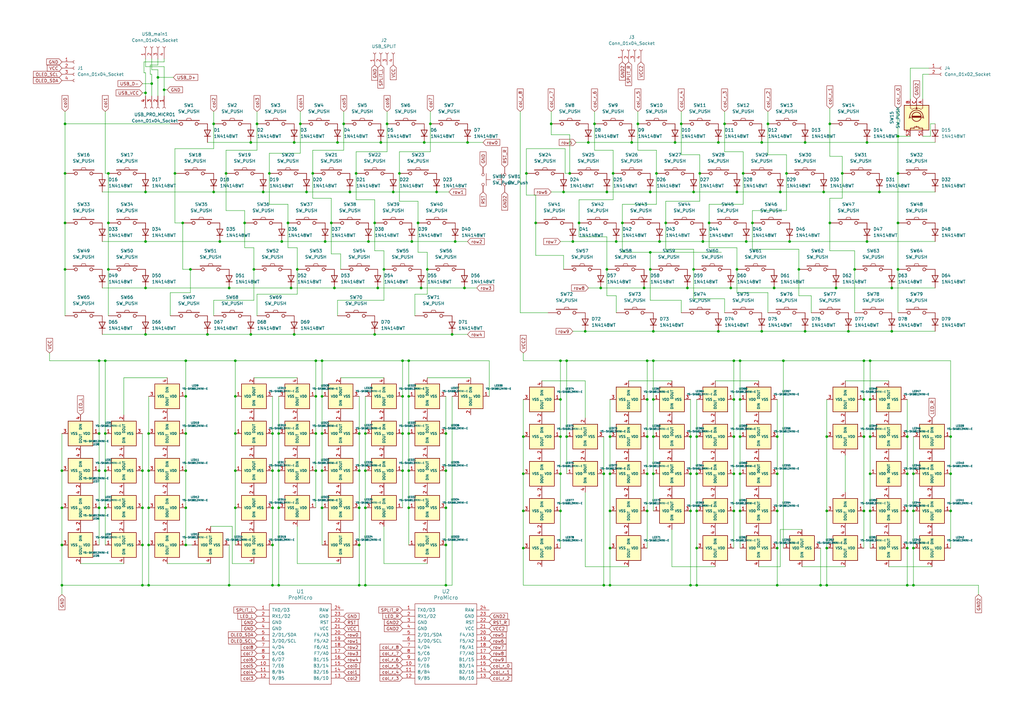
<source format=kicad_sch>
(kicad_sch (version 20231120) (generator "eeschema") (generator_version "8.0")
  (paper "A3")
  (junction (at 107.95 78.74))
  (junction (at 182.88 177.8))
  (junction (at 267.97 135.89))
  (junction (at 330.2 135.89))
  (junction (at 300.99 147.955))
  (junction (at 58.42 223.52))
  (junction (at 215.9 71.12))
  (junction (at 356.87 147.955))
  (junction (at 165.1 147.955))
  (junction (at 283.21 209.55))
  (junction (at 85.09 137.16))
  (junction (at 226.06 50.8))
  (junction (at 356.87 163.83))
  (junction (at 135.89 91.44))
  (junction (at 110.49 71.12))
  (junction (at 44.45 110.49))
  (junction (at 302.26 110.49))
  (junction (at 368.3 110.49))
  (junction (at 104.14 110.49))
  (junction (at 318.77 194.31))
  (junction (at 214.63 179.07))
  (junction (at 149.86 208.28))
  (junction (at 290.83 91.44))
  (junction (at 273.05 91.44))
  (junction (at 186.69 99.06))
  (junction (at 266.7 78.74))
  (junction (at 241.3 58.42))
  (junction (at 157.48 110.49))
  (junction (at 121.92 110.49))
  (junction (at 59.69 38.1))
  (junction (at 354.33 179.07))
  (junction (at 120.65 137.16))
  (junction (at 93.98 118.11))
  (junction (at 321.31 147.955))
  (junction (at 265.43 163.83))
  (junction (at 284.48 78.74))
  (junction (at 347.98 135.89))
  (junction (at 336.55 240.03))
  (junction (at 287.02 71.12))
  (junction (at 317.5 118.11))
  (junction (at 372.11 194.31))
  (junction (at 372.11 240.03))
  (junction (at 190.5 118.11))
  (junction (at 368.3 91.44))
  (junction (at 114.3 240.03))
  (junction (at 250.19 179.07))
  (junction (at 76.2 208.28))
  (junction (at 25.4 193.04))
  (junction (at 285.75 179.07))
  (junction (at 259.08 58.42))
  (junction (at 87.63 50.8))
  (junction (at 234.95 99.06))
  (junction (at 158.75 50.8))
  (junction (at 265.43 179.07))
  (junction (at 167.64 208.28))
  (junction (at 339.09 179.07))
  (junction (at 299.72 118.11))
  (junction (at 368.3 71.12))
  (junction (at 93.98 240.03))
  (junction (at 67.31 36.83))
  (junction (at 100.33 91.44))
  (junction (at 147.32 240.03))
  (junction (at 140.97 50.8))
  (junction (at 303.53 194.31))
  (junction (at 151.13 99.06))
  (junction (at 105.41 50.8))
  (junction (at 120.65 58.42))
  (junction (at 308.61 91.44))
  (junction (at 60.96 177.8))
  (junction (at 165.1 193.04))
  (junction (at 129.54 147.955))
  (junction (at 312.42 58.42))
  (junction (at 43.18 193.04))
  (junction (at 261.62 50.8))
  (junction (at 156.21 58.42))
  (junction (at 111.76 240.03))
  (junction (at 267.97 179.07))
  (junction (at 304.8 71.12))
  (junction (at 294.64 135.89))
  (junction (at 237.49 91.44))
  (junction (at 345.44 71.12))
  (junction (at 182.88 240.03))
  (junction (at 60.96 193.04))
  (junction (at 44.45 71.12))
  (junction (at 26.67 50.8))
  (junction (at 149.86 193.04))
  (junction (at 60.96 240.03))
  (junction (at 339.09 240.03))
  (junction (at 251.46 71.12))
  (junction (at 283.21 240.03))
  (junction (at 240.03 135.89))
  (junction (at 214.63 209.55))
  (junction (at 229.87 209.55))
  (junction (at 297.18 50.8))
  (junction (at 270.51 99.06))
  (junction (at 59.69 118.11))
  (junction (at 40.64 147.955))
  (junction (at 318.77 240.03))
  (junction (at 231.14 78.74))
  (junction (at 283.21 194.31))
  (junction (at 303.53 209.55))
  (junction (at 125.73 78.74))
  (junction (at 111.76 208.28))
  (junction (at 132.08 177.8))
  (junction (at 165.1 162.56))
  (junction (at 300.99 209.55))
  (junction (at 355.6 58.42))
  (junction (at 318.77 224.79))
  (junction (at 102.87 58.42))
  (junction (at 138.43 58.42))
  (junction (at 161.29 78.74))
  (junction (at 365.76 135.89))
  (junction (at 306.07 99.06))
  (junction (at 368.3 55.88))
  (junction (at 149.86 240.03))
  (junction (at 365.76 118.11))
  (junction (at 143.51 78.74))
  (junction (at 229.87 147.955))
  (junction (at 285.75 209.55))
  (junction (at 300.99 179.07))
  (junction (at 96.52 177.8))
  (junction (at 129.54 193.04))
  (junction (at 374.65 224.79))
  (junction (at 92.71 71.12))
  (junction (at 129.54 177.8))
  (junction (at 111.76 223.52))
  (junction (at 96.52 208.28))
  (junction (at 372.11 179.07))
  (junction (at 132.08 162.56))
  (junction (at 167.64 177.8))
  (junction (at 25.4 240.03))
  (junction (at 40.64 193.04))
  (junction (at 25.4 223.52))
  (junction (at 288.29 99.06))
  (junction (at 182.88 223.52))
  (junction (at 248.92 78.74))
  (junction (at 119.38 118.11))
  (junction (at 132.08 193.04))
  (junction (at 111.76 193.04))
  (junction (at 339.09 209.55))
  (junction (at 264.16 118.11))
  (junction (at 147.32 208.28))
  (junction (at 62.23 34.29))
  (junction (at 175.26 110.49))
  (junction (at 182.88 193.04))
  (junction (at 229.87 179.07))
  (junction (at 182.88 208.28))
  (junction (at 300.99 163.83))
  (junction (at 267.97 147.955))
  (junction (at 71.755 71.12))
  (junction (at 283.21 179.07))
  (junction (at 389.89 209.55))
  (junction (at 74.93 91.44))
  (junction (at 374.65 209.55))
  (junction (at 60.96 223.52))
  (junction (at 179.07 78.74))
  (junction (at 59.69 137.16))
  (junction (at 267.97 163.83))
  (junction (at 229.87 163.83))
  (junction (at 303.53 179.07))
  (junction (at 40.64 177.8))
  (junction (at 133.35 99.06))
  (junction (at 255.27 91.44))
  (junction (at 312.42 135.89))
  (junction (at 40.64 208.28))
  (junction (at 354.33 209.55))
  (junction (at 147.32 193.04))
  (junction (at 60.96 208.28))
  (junction (at 26.67 110.49))
  (junction (at 285.75 240.03))
  (junction (at 374.65 240.03))
  (junction (at 389.89 194.31))
  (junction (at 267.97 194.31))
  (junction (at 132.08 147.955))
  (junction (at 153.67 137.16))
  (junction (at 342.9 118.11))
  (junction (at 360.68 78.74))
  (junction (at 111.76 177.8))
  (junction (at 172.72 118.11))
  (junction (at 147.32 223.52))
  (junction (at 76.2 162.56))
  (junction (at 167.64 147.955))
  (junction (at 123.19 50.8))
  (junction (at 232.41 179.07))
  (junction (at 168.91 99.06))
  (junction (at 58.42 193.04))
  (junction (at 246.38 118.11))
  (junction (at 265.43 147.955))
  (junction (at 59.69 78.74))
  (junction (at 250.19 194.31))
  (junction (at 243.84 50.8))
  (junction (at 279.4 50.8))
  (junction (at 252.73 99.06))
  (junction (at 232.41 147.955))
  (junction (at 171.45 91.44))
  (junction (at 147.32 177.8))
  (junction (at 340.36 91.44))
  (junction (at 233.68 71.12))
  (junction (at 43.18 208.28))
  (junction (at 137.16 118.11))
  (junction (at 185.42 137.16))
  (junction (at 43.18 147.955))
  (junction (at 59.69 99.06))
  (junction (at 118.11 91.44))
  (junction (at 374.65 194.31))
  (junction (at 96.52 193.04))
  (junction (at 26.67 71.12))
  (junction (at 355.6 99.06))
  (junction (at 320.04 78.74))
  (junction (at 149.86 177.8))
  (junction (at 318.77 179.07))
  (junction (at 219.71 91.44))
  (junction (at 167.64 162.56))
  (junction (at 300.99 194.31))
  (junction (at 248.92 110.49))
  (junction (at 269.24 71.12))
  (junction (at 44.45 91.44))
  (junction (at 165.1 177.8))
  (junction (at 96.52 162.56))
  (junction (at 314.96 50.8))
  (junction (at 102.87 137.16))
  (junction (at 58.42 240.03))
  (junction (at 76.2 193.04))
  (junction (at 250.19 224.79))
  (junction (at 129.54 162.56))
  (junction (at 330.2 58.42))
  (junction (at 339.09 224.79))
  (junction (at 43.18 177.8))
  (junction (at 146.05 71.12))
  (junction (at 372.11 209.55))
  (junction (at 76.2 147.955))
  (junction (at 167.64 193.04))
  (junction (at 163.83 71.12))
  (junction (at 128.27 71.12))
  (junction (at 266.7 103.505))
  (junction (at 354.33 147.955))
  (junction (at 247.65 194.31))
  (junction (at 114.3 193.04))
  (junction (at 350.52 110.49))
  (junction (at 266.7 110.49))
  (junction (at 281.94 118.11))
  (junction (at 327.66 110.49))
  (junction (at 214.63 194.31))
  (junction (at 173.99 58.42))
  (junction (at 132.08 208.28))
  (junction (at 356.87 209.55))
  (junction (at 229.87 194.31))
  (junction (at 323.85 99.06))
  (junction (at 76.2 223.52))
  (junction (at 356.87 179.07))
  (junction (at 153.67 91.44))
  (junction (at 247.65 240.03))
  (junction (at 250.19 240.03))
  (junction (at 87.63 78.74))
  (junction (at 340.36 50.8))
  (junction (at 265.43 209.55))
  (junction (at 276.86 58.42))
  (junction (at 356.87 194.31))
  (junction (at 191.77 58.42))
  (junction (at 96.52 147.955))
  (junction (at 372.11 224.79))
  (junction (at 337.82 78.74))
  (junction (at 154.94 118.11))
  (junction (at 284.48 110.49))
  (junction (at 285.75 224.79))
  (junction (at 294.64 58.42))
  (junction (at 285.75 194.31))
  (junction (at 90.17 99.06))
  (junction (at 303.53 147.955))
  (junction (at 250.19 209.55))
  (junction (at 58.42 208.28))
  (junction (at 114.3 177.8))
  (junction (at 318.77 209.55))
  (junction (at 25.4 208.28))
  (junction (at 26.67 91.44))
  (junction (at 114.3 208.28))
  (junction (at 76.2 177.8))
  (junction (at 322.58 71.12))
  (junction (at 265.43 194.31))
  (junction (at 64.77 31.75))
  (junction (at 115.57 99.06))
  (junction (at 354.33 163.83))
  (junction (at 303.53 163.83))
  (junction (at 78.105 110.49))
  (junction (at 176.53 50.8))
  (junction (at 214.63 224.79))
  (junction (at 302.26 78.74))
  (junction (at 389.89 179.07))
  (wire (pts (xy 96.52 223.52) (xy 96.52 208.28)))
  (wire (pts (xy 345.44 71.12) (xy 345.44 64.135)))
  (wire (pts (xy 61.595 30.48) (xy 62.23 30.48)))
  (wire (pts (xy 283.21 240.03) (xy 285.75 240.03)))
  (wire (pts (xy 25.4 240.03) (xy 58.42 240.03)))
  (wire (pts (xy 121.92 101.6) (xy 121.92 110.49)))
  (wire (pts (xy 44.45 91.44) (xy 44.45 110.49)))
  (wire (pts (xy 283.21 163.83) (xy 283.21 179.07)))
  (wire (pts (xy 308.61 91.44) (xy 308.61 102.235)))
  (wire (pts (xy 167.64 177.8) (xy 167.64 193.04)))
  (wire (pts (xy 299.72 118.11) (xy 317.5 118.11)))
  (wire (pts (xy 273.05 91.44) (xy 273.05 82.55)))
  (wire (pts (xy 259.08 58.42) (xy 276.86 58.42)))
  (wire (pts (xy 111.76 208.28) (xy 111.76 223.52)))
  (wire (pts (xy 67.31 24.13) (xy 67.31 25.4)))
  (wire (pts (xy 304.8 62.23) (xy 297.18 62.23)))
  (wire (pts (xy 104.14 101.6) (xy 100.33 101.6)))
  (wire (pts (xy 147.32 223.52) (xy 147.32 240.03)))
  (wire (pts (xy 43.18 71.12) (xy 44.45 71.12)))
  (wire (pts (xy 62.23 34.29) (xy 62.23 39.37)))
  (wire (pts (xy 43.18 208.28) (xy 43.18 223.52)))
  (wire (pts (xy 300.99 163.83) (xy 300.99 179.07)))
  (wire (pts (xy 171.45 103.505) (xy 171.45 91.44)))
  (wire (pts (xy 332.74 121.285) (xy 332.74 128.27)))
  (wire (pts (xy 64.77 31.75) (xy 71.12 31.75)))
  (wire (pts (xy 87.63 129.54) (xy 87.63 123.19)))
  (wire (pts (xy 62.23 28.575) (xy 64.77 28.575)))
  (wire (pts (xy 105.41 45.72) (xy 105.41 50.8)))
  (wire (pts (xy 172.72 118.11) (xy 190.5 118.11)))
  (wire (pts (xy 285.75 194.31) (xy 285.75 209.55)))
  (wire (pts (xy 237.49 91.44) (xy 237.49 97.155)))
  (wire (pts (xy 267.97 135.89) (xy 294.64 135.89)))
  (wire (pts (xy 365.76 135.89) (xy 383.54 135.89)))
  (wire (pts (xy 59.055 29.845) (xy 59.69 29.845)))
  (wire (pts (xy 114.3 177.8) (xy 114.3 193.04)))
  (wire (pts (xy 59.69 38.1) (xy 59.69 39.37)))
  (wire (pts (xy 26.67 110.49) (xy 26.67 129.54)))
  (wire (pts (xy 123.19 50.8) (xy 123.19 62.865)))
  (wire (pts (xy 71.755 71.12) (xy 72.39 71.12)))
  (wire (pts (xy 350.52 102.87) (xy 350.52 110.49)))
  (wire (pts (xy 231.775 71.12) (xy 231.775 60.96)))
  (wire (pts (xy 138.43 129.54) (xy 138.43 123.19)))
  (wire (pts (xy 76.2 162.56) (xy 76.2 177.8)))
  (wire (pts (xy 234.95 135.89) (xy 240.03 135.89)))
  (wire (pts (xy 318.77 179.07) (xy 318.77 194.31)))
  (wire (pts (xy 87.63 123.19) (xy 104.14 123.19)))
  (wire (pts (xy 90.17 99.06) (xy 115.57 99.06)))
  (wire (pts (xy 303.53 179.07) (xy 303.53 194.31)))
  (wire (pts (xy 96.52 147.955) (xy 96.52 162.56)))
  (wire (pts (xy 93.98 223.52) (xy 93.98 240.03)))
  (wire (pts (xy 153.67 137.16) (xy 185.42 137.16)))
  (wire (pts (xy 182.88 223.52) (xy 182.88 240.03)))
  (wire (pts (xy 60.96 240.03) (xy 93.98 240.03)))
  (wire (pts (xy 356.87 209.55) (xy 356.87 224.79)))
  (wire (pts (xy 167.64 208.28) (xy 167.64 223.52)))
  (wire (pts (xy 43.18 193.04) (xy 43.18 208.28)))
  (wire (pts (xy 182.88 177.8) (xy 182.88 193.04)))
  (wire (pts (xy 71.755 60.96) (xy 87.63 60.96)))
  (wire (pts (xy 132.08 193.04) (xy 132.08 208.28)))
  (wire (pts (xy 105.41 120.65) (xy 105.41 129.54)))
  (wire (pts (xy 182.88 162.56) (xy 182.88 177.8)))
  (wire (pts (xy 40.64 208.28) (xy 40.64 223.52)))
  (wire (pts (xy 306.07 99.06) (xy 323.85 99.06)))
  (wire (pts (xy 342.9 118.11) (xy 365.76 118.11)))
  (wire (pts (xy 368.3 55.88) (xy 368.3 71.12)))
  (wire (pts (xy 182.88 240.03) (xy 185.42 240.03)))
  (wire (pts (xy 356.87 147.955) (xy 356.87 163.83)))
  (wire (pts (xy 287.02 63.5) (xy 279.4 63.5)))
  (wire (pts (xy 156.21 58.42) (xy 173.99 58.42)))
  (wire (pts (xy 121.92 110.49) (xy 121.92 120.65)))
  (wire (pts (xy 175.26 103.505) (xy 171.45 103.505)))
  (wire (pts (xy 372.11 194.31) (xy 372.11 209.55)))
  (wire (pts (xy 138.43 123.19) (xy 157.48 123.19)))
  (wire (pts (xy 243.84 50.8) (xy 243.84 61.595)))
  (wire (pts (xy 265.43 163.83) (xy 265.43 147.955)))
  (wire (pts (xy 285.75 240.03) (xy 318.77 240.03)))
  (wire (pts (xy 43.18 147.955) (xy 43.18 177.8)))
  (wire (pts (xy 44.45 71.12) (xy 44.45 91.44)))
  (wire (pts (xy 92.71 71.12) (xy 92.71 61.595)))
  (wire (pts (xy 231.14 78.74) (xy 248.92 78.74)))
  (wire (pts (xy 107.95 78.74) (xy 125.73 78.74)))
  (wire (pts (xy 146.05 62.23) (xy 146.05 71.12)))
  (wire (pts (xy 40.64 177.8) (xy 40.64 193.04)))
  (wire (pts (xy 41.91 118.11) (xy 59.69 118.11)))
  (wire (pts (xy 339.09 179.07) (xy 339.09 209.55)))
  (wire (pts (xy 267.97 147.955) (xy 267.97 163.83)))
  (wire (pts (xy 284.48 110.49) (xy 284.48 102.235)))
  (wire (pts (xy 157.48 102.87) (xy 157.48 110.49)))
  (wire (pts (xy 304.8 71.12) (xy 304.8 62.23)))
  (wire (pts (xy 43.18 177.8) (xy 43.18 193.04)))
  (wire (pts (xy 350.52 110.49) (xy 350.52 128.27)))
  (wire (pts (xy 175.26 120.65) (xy 175.26 110.49)))
  (wire (pts (xy 104.14 110.49) (xy 104.14 101.6)))
  (wire (pts (xy 129.54 193.04) (xy 129.54 208.28)))
  (wire (pts (xy 185.42 162.56) (xy 185.42 240.03)))
  (wire (pts (xy 255.27 83.82) (xy 255.27 91.44)))
  (wire (pts (xy 125.73 78.74) (xy 143.51 78.74)))
  (wire (pts (xy 59.69 99.06) (xy 90.17 99.06)))
  (wire (pts (xy 303.53 163.83) (xy 303.53 179.07)))
  (wire (pts (xy 118.11 83.82) (xy 118.11 91.44)))
  (wire (pts (xy 234.95 99.06) (xy 252.73 99.06)))
  (wire (pts (xy 303.53 147.955) (xy 303.53 163.83)))
  (wire (pts (xy 139.7 154.94) (xy 157.48 154.94)))
  (wire (pts (xy 354.33 163.83) (xy 354.33 179.07)))
  (wire (pts (xy 114.3 193.04) (xy 114.3 208.28)))
  (wire (pts (xy 237.49 81.915) (xy 237.49 91.44)))
  (wire (pts (xy 71.755 91.44) (xy 74.93 91.44)))
  (wire (pts (xy 266.7 123.19) (xy 279.4 123.19)))
  (wire (pts (xy 267.97 163.83) (xy 267.97 179.07)))
  (wire (pts (xy 322.58 63.5) (xy 322.58 71.12)))
  (wire (pts (xy 322.58 86.36) (xy 308.61 86.36)))
  (wire (pts (xy 267.97 179.07) (xy 267.97 194.31)))
  (wire (pts (xy 257.81 232.41) (xy 240.03 232.41)))
  (wire (pts (xy 120.65 137.16) (xy 153.67 137.16)))
  (wire (pts (xy 129.54 162.56) (xy 129.54 177.8)))
  (wire (pts (xy 111.76 240.03) (xy 114.3 240.03)))
  (wire (pts (xy 226.06 45.72) (xy 226.06 50.8)))
  (wire (pts (xy 214.63 194.31) (xy 214.63 209.55)))
  (wire (pts (xy 241.3 118.11) (xy 246.38 118.11)))
  (wire (pts (xy 40.64 147.955) (xy 43.18 147.955)))
  (wire (pts (xy 215.9 60.96) (xy 215.9 71.12)))
  (wire (pts (xy 149.86 177.8) (xy 149.86 193.04)))
  (wire (pts (xy 176.53 45.72) (xy 176.53 50.8)))
  (wire (pts (xy 336.55 240.03) (xy 339.09 240.03)))
  (wire (pts (xy 300.99 209.55) (xy 300.99 224.79)))
  (wire (pts (xy 59.69 29.845) (xy 59.69 38.1)))
  (wire (pts (xy 191.77 58.42) (xy 198.12 58.42)))
  (wire (pts (xy 303.53 147.955) (xy 300.99 147.955)))
  (wire (pts (xy 285.75 163.83) (xy 285.75 179.07)))
  (wire (pts (xy 241.3 58.42) (xy 259.08 58.42)))
  (wire (pts (xy 214.63 163.83) (xy 214.63 179.07)))
  (wire (pts (xy 257.81 156.21) (xy 275.59 156.21)))
  (wire (pts (xy 129.54 147.955) (xy 129.54 162.56)))
  (wire (pts (xy 123.19 45.72) (xy 123.19 50.8)))
  (wire (pts (xy 328.93 232.41) (xy 346.71 232.41)))
  (wire (pts (xy 304.8 83.82) (xy 304.8 71.12)))
  (wire (pts (xy 214.63 240.03) (xy 247.65 240.03)))
  (wire (pts (xy 85.09 137.16) (xy 102.87 137.16)))
  (wire (pts (xy 87.63 78.74) (xy 107.95 78.74)))
  (wire (pts (xy 314.96 120.015) (xy 302.26 120.015)))
  (wire (pts (xy 283.21 194.31) (xy 283.21 209.55)))
  (wire (pts (xy 285.75 224.79) (xy 285.75 240.03)))
  (wire (pts (xy 232.41 147.955) (xy 265.43 147.955)))
  (wire (pts (xy 96.52 193.04) (xy 96.52 177.8)))
  (wire (pts (xy 229.87 163.83) (xy 229.87 147.955)))
  (wire (pts (xy 74.93 110.49) (xy 78.105 110.49)))
  (wire (pts (xy 68.58 231.14) (xy 86.36 231.14)))
  (wire (pts (xy 59.69 137.16) (xy 85.09 137.16)))
  (wire (pts (xy 265.43 179.07) (xy 265.43 163.83)))
  (wire (pts (xy 246.38 118.11) (xy 264.16 118.11)))
  (wire (pts (xy 26.67 50.8) (xy 26.67 71.12)))
  (wire (pts (xy 267.97 194.31) (xy 267.97 209.55)))
  (wire (pts (xy 62.23 24.13) (xy 62.23 28.575)))
  (wire (pts (xy 314.96 63.5) (xy 322.58 63.5)))
  (wire (pts (xy 165.1 147.955) (xy 167.64 147.955)))
  (wire (pts (xy 132.08 177.8) (xy 132.08 193.04)))
  (wire (pts (xy 265.43 147.955) (xy 267.97 147.955)))
  (wire (pts (xy 314.96 50.8) (xy 314.96 63.5)))
  (wire (pts (xy 25.4 177.8) (xy 25.4 193.04)))
  (wire (pts (xy 323.85 99.06) (xy 355.6 99.06)))
  (wire (pts (xy 269.24 83.82) (xy 255.27 83.82)))
  (wire (pts (xy 279.4 123.19) (xy 279.4 128.27)))
  (wire (pts (xy 76.2 208.28) (xy 76.2 223.52)))
  (wire (pts (xy 318.77 224.79) (xy 318.77 240.03)))
  (wire (pts (xy 320.04 217.17) (xy 320.04 232.41)))
  (wire (pts (xy 58.42 38.1) (xy 59.69 38.1)))
  (wire (pts (xy 327.66 102.235) (xy 327.66 110.49)))
  (wire (pts (xy 95.25 231.14) (xy 104.14 231.14)))
  (wire (pts (xy 284.48 122.555) (xy 284.48 110.49)))
  (wire (pts (xy 226.06 78.74) (xy 231.14 78.74)))
  (wire (pts (xy 240.03 156.21) (xy 222.25 156.21)))
  (wire (pts (xy 297.18 128.27) (xy 297.18 122.555)))
  (wire (pts (xy 219.71 80.01) (xy 219.71 91.44)))
  (wire (pts (xy 111.76 162.56) (xy 111.76 177.8)))
  (wire (pts (xy 250.19 240.03) (xy 283.21 240.03)))
  (wire (pts (xy 356.87 194.31) (xy 356.87 209.55)))
  (wire (pts (xy 100.33 86.36) (xy 92.71 86.36)))
  (wire (pts (xy 78.105 110.49) (xy 78.74 110.49)))
  (wire (pts (xy 60.96 193.04) (xy 60.96 208.28)))
  (wire (pts (xy 76.2 147.955) (xy 96.52 147.955)))
  (wire (pts (xy 165.1 177.8) (xy 165.1 193.04)))
  (wire (pts (xy 114.3 240.03) (xy 147.32 240.03)))
  (wire (pts (xy 26.67 91.44) (xy 26.67 110.49)))
  (wire (pts (xy 149.86 162.56) (xy 149.86 177.8)))
  (wire (pts (xy 105.41 50.8) (xy 105.41 61.595)))
  (wire (pts (xy 290.83 83.82) (xy 304.8 83.82)))
  (wire (pts (xy 250.19 194.31) (xy 250.19 209.55)))
  (wire (pts (xy 110.49 62.865) (xy 110.49 71.12)))
  (wire (pts (xy 171.45 82.55) (xy 163.83 82.55)))
  (wire (pts (xy 132.08 147.955) (xy 165.1 147.955)))
  (wire (pts (xy 389.89 147.955) (xy 356.87 147.955)))
  (wire (pts (xy 151.13 99.06) (xy 168.91 99.06)))
  (wire (pts (xy 318.77 209.55) (xy 318.77 224.79)))
  (wire (pts (xy 59.69 118.11) (xy 93.98 118.11)))
  (wire (pts (xy 265.43 224.79) (xy 265.43 209.55)))
  (wire (pts (xy 146.05 81.915) (xy 153.67 81.915)))
  (wire (pts (xy 283.21 179.07) (xy 283.21 194.31)))
  (wire (pts (xy 139.7 110.49) (xy 139.7 104.14)))
  (wire (pts (xy 173.99 58.42) (xy 191.77 58.42)))
  (wire (pts (xy 167.64 162.56) (xy 167.64 177.8)))
  (wire (pts (xy 318.77 194.31) (xy 318.77 209.55)))
  (wire (pts (xy 302.26 120.015) (xy 302.26 110.49)))
  (wire (pts (xy 74.93 91.44) (xy 74.93 110.49)))
  (wire (pts (xy 297.18 45.72) (xy 297.18 50.8)))
  (wire (pts (xy 40.64 147.955) (xy 20.32 147.955)))
  (wire (pts (xy 163.83 71.12) (xy 163.83 62.23)))
  (wire (pts (xy 368.3 71.12) (xy 368.3 91.44)))
  (wire (pts (xy 59.055 25.4) (xy 59.055 29.845)))
  (wire (pts (xy 185.42 137.16) (xy 191.77 137.16)))
  (wire (pts (xy 346.71 156.21) (xy 364.49 156.21)))
  (wire (pts (xy 336.55 224.79) (xy 336.55 240.03)))
  (wire (pts (xy 261.62 50.8) (xy 261.62 61.595)))
  (wire (pts (xy 128.27 61.595) (xy 140.97 61.595)))
  (wire (pts (xy 41.91 78.74) (xy 59.69 78.74)))
  (wire (pts (xy 243.84 45.72) (xy 243.84 50.8)))
  (wire (pts (xy 354.33 179.07) (xy 354.33 209.55)))
  (wire (pts (xy 285.75 209.55) (xy 285.75 224.79)))
  (wire (pts (xy 214.63 179.07) (xy 214.63 194.31)))
  (wire (pts (xy 229.87 147.955) (xy 232.41 147.955)))
  (wire (pts (xy 247.65 179.07) (xy 247.65 194.31)))
  (wire (pts (xy 233.68 55.245) (xy 233.68 71.12)))
  (wire (pts (xy 87.63 50.8) (xy 87.63 60.96)))
  (wire (pts (xy 252.73 121.285) (xy 252.73 128.27)))
  (wire (pts (xy 147.32 177.8) (xy 147.32 193.04)))
  (wire (pts (xy 139.7 104.14) (xy 135.89 104.14)))
  (wire (pts (xy 297.18 50.8) (xy 297.18 62.23)))
  (wire (pts (xy 25.4 240.03) (xy 25.4 243.84)))
  (wire (pts (xy 58.42 34.29) (xy 62.23 34.29)))
  (wire (pts (xy 135.89 91.44) (xy 135.89 81.28)))
  (wire (pts (xy 163.83 62.23) (xy 176.53 62.23)))
  (wire (pts (xy 273.05 102.235) (xy 273.05 91.44)))
  (wire (pts (xy 297.18 122.555) (xy 284.48 122.555)))
  (wire (pts (xy 229.87 99.06) (xy 234.95 99.06)))
  (wire (pts (xy 339.09 163.83) (xy 339.09 179.07)))
  (wire (pts (xy 50.8 170.18) (xy 50.8 154.94)))
  (wire (pts (xy 356.87 147.955) (xy 354.33 147.955)))
  (wire (pts (xy 120.65 58.42) (xy 138.43 58.42)))
  (wire (pts (xy 356.87 179.07) (xy 356.87 194.31)))
  (wire (pts (xy 250.19 163.83) (xy 250.19 179.07)))
  (wire (pts (xy 372.11 163.83) (xy 372.11 179.07)))
  (wire (pts (xy 182.88 208.28) (xy 182.88 223.52)))
  (wire (pts (xy 60.96 223.52) (xy 60.96 240.03)))
  (wire (pts (xy 317.5 118.11) (xy 342.9 118.11)))
  (wire (pts (xy 95.25 215.9) (xy 95.25 231.14)))
  (wire (pts (xy 135.89 104.14) (xy 135.89 91.44)))
  (wire (pts (xy 308.61 86.36) (xy 308.61 91.44)))
  (wire (pts (xy 175.26 154.94) (xy 193.04 154.94)))
  (wire (pts (xy 92.71 61.595) (xy 105.41 61.595)))
  (wire (pts (xy 374.65 224.79) (xy 374.65 240.03)))
  (wire (pts (xy 337.82 78.74) (xy 360.68 78.74)))
  (wire (pts (xy 266.7 110.49) (xy 266.7 123.19)))
  (wire (pts (xy 214.63 147.955) (xy 229.87 147.955)))
  (wire (pts (xy 374.65 179.07) (xy 374.65 194.31)))
  (wire (pts (xy 293.37 232.41) (xy 275.59 232.41)))
  (wire (pts (xy 64.77 31.75) (xy 64.77 39.37)))
  (wire (pts (xy 368.3 110.49) (xy 368.3 128.27)))
  (wire (pts (xy 374.65 194.31) (xy 374.65 209.55)))
  (wire (pts (xy 67.31 36.83) (xy 67.31 39.37)))
  (wire (pts (xy 389.89 194.31) (xy 389.89 179.07)))
  (wire (pts (xy 121.92 215.9) (xy 121.92 231.14)))
  (wire (pts (xy 373.38 40.64) (xy 373.38 27.94)))
  (wire (pts (xy 165.1 162.56) (xy 165.1 177.8)))
  (wire (pts (xy 318.77 163.83) (xy 318.77 179.07)))
  (wire (pts (xy 100.33 91.44) (xy 100.33 86.36)))
  (wire (pts (xy 67.31 27.305) (xy 67.31 36.83)))
  (wire (pts (xy 214.63 209.55) (xy 214.63 224.79)))
  (wire (pts (xy 43.18 45.72) (xy 43.18 71.12)))
  (wire (pts (xy 240.03 135.89) (xy 267.97 135.89)))
  (wire (pts (xy 340.36 81.28) (xy 345.44 81.28)))
  (wire (pts (xy 87.63 45.72) (xy 87.63 50.8)))
  (wire (pts (xy 250.19 224.79) (xy 250.19 240.03)))
  (wire (pts (xy 114.3 208.28) (xy 114.3 240.03)))
  (wire (pts (xy 85.09 58.42) (xy 102.87 58.42)))
  (wire (pts (xy 322.58 71.12) (xy 322.58 86.36)))
  (wire (pts (xy 132.08 208.28) (xy 132.08 223.52)))
  (wire (pts (xy 302.26 110.49) (xy 302.26 101.6)))
  (wire (pts (xy 132.08 147.955) (xy 132.08 162.56)))
  (wire (pts (xy 26.67 50.8) (xy 69.85 50.8)))
  (wire (pts (xy 154.94 118.11) (xy 172.72 118.11)))
  (wire (pts (xy 214.63 144.78) (xy 214.63 147.955)))
  (wire (pts (xy 330.2 135.89) (xy 347.98 135.89)))
  (wire (pts (xy 372.11 224.79) (xy 372.11 240.03)))
  (wire (pts (xy 248.92 97.155) (xy 248.92 110.49)))
  (wire (pts (xy 339.09 224.79) (xy 339.09 240.03)))
  (wire (pts (xy 284.48 102.235) (xy 273.05 102.235)))
  (wire (pts (xy 279.4 45.72) (xy 279.4 50.8)))
  (wire (pts (xy 96.52 147.955) (xy 129.54 147.955)))
  (wire (pts (xy 64.77 26.67) (xy 61.595 26.67)))
  (wire (pts (xy 62.23 30.48) (xy 62.23 34.29)))
  (wire (pts (xy 41.91 99.06) (xy 59.69 99.06)))
  (wire (pts (xy 149.86 193.04) (xy 149.86 208.28)))
  (wire (pts (xy 44.45 110.49) (xy 44.45 129.54)))
  (wire (pts (xy 354.33 147.955) (xy 354.33 163.83)))
  (wire (pts (xy 312.42 58.42) (xy 330.2 58.42)))
  (wire (pts (xy 314.96 128.27) (xy 314.96 120.015)))
  (wire (pts (xy 302.26 101.6) (xy 290.83 101.6)))
  (wire (pts (xy 320.04 78.74) (xy 337.82 78.74)))
  (wire (pts (xy 128.27 81.28) (xy 128.27 71.12)))
  (wire (pts (xy 110.49 71.12) (xy 110.49 83.82)))
  (wire (pts (xy 133.35 99.06) (xy 151.13 99.06)))
  (wire (pts (xy 255.27 103.505) (xy 266.7 103.505)))
  (wire (pts (xy 71.755 71.12) (xy 71.755 60.96)))
  (wire (pts (xy 368.3 91.44) (xy 368.3 110.49)))
  (wire (pts (xy 308.61 102.235) (xy 327.66 102.235)))
  (wire (pts (xy 76.2 147.955) (xy 76.2 162.56)))
  (wire (pts (xy 354.33 147.955) (xy 321.31 147.955)))
  (wire (pts (xy 283.21 209.55) (xy 283.21 240.03)))
  (wire (pts (xy 231.775 60.96) (xy 215.9 60.96)))
  (wire (pts (xy 96.52 177.8) (xy 96.52 162.56)))
  (wire (pts (xy 119.38 118.11) (xy 137.16 118.11)))
  (wire (pts (xy 118.11 101.6) (xy 121.92 101.6)))
  (wire (pts (xy 248.92 121.285) (xy 252.73 121.285)))
  (wire (pts (xy 251.46 61.595) (xy 251.46 71.12)))
  (wire (pts (xy 170.18 129.54) (xy 170.18 120.65)))
  (wire (pts (xy 149.86 240.03) (xy 182.88 240.03)))
  (wire (pts (xy 354.33 209.55) (xy 354.33 224.79)))
  (wire (pts (xy 20.32 144.78) (xy 20.32 147.955)))
  (wire (pts (xy 60.96 177.8) (xy 60.96 193.04)))
  (wire (pts (xy 170.18 120.65) (xy 175.26 120.65)))
  (wire (pts (xy 137.16 118.11) (xy 154.94 118.11)))
  (wire (pts (xy 294.64 135.89) (xy 312.42 135.89)))
  (wire (pts (xy 33.02 231.14) (xy 50.8 231.14)))
  (wire (pts (xy 59.69 27.305) (xy 67.31 27.305)))
  (wire (pts (xy 360.68 78.74) (xy 383.54 78.74)))
  (wire (pts (xy 58.42 208.28) (xy 58.42 223.52)))
  (wire (pts (xy 175.26 110.49) (xy 175.26 103.505)))
  (wire (pts (xy 401.32 240.03) (xy 401.32 243.84)))
  (wire (pts (xy 59.69 24.13) (xy 59.69 27.305)))
  (wire (pts (xy 232.41 147.955) (xy 232.41 179.07)))
  (wire (pts (xy 200.66 147.955) (xy 200.66 162.56)))
  (wire (pts (xy 240.03 232.41) (xy 240.03 201.93)))
  (wire (pts (xy 153.67 81.915) (xy 153.67 91.44)))
  (wire (pts (xy 302.26 78.74) (xy 320.04 78.74)))
  (wire (pts (xy 287.02 82.55) (xy 287.02 71.12)))
  (wire (pts (xy 273.05 82.55) (xy 287.02 82.55)))
  (wire (pts (xy 93.98 118.11) (xy 119.38 118.11)))
  (wire (pts (xy 355.6 99.06) (xy 383.54 99.06)))
  (wire (pts (xy 219.71 104.775) (xy 231.14 104.775)))
  (wire (pts (xy 295.91 103.505) (xy 266.7 103.505)))
  (wire (pts (xy 368.3 44.45) (xy 368.3 55.88)))
  (wire (pts (xy 179.07 78.74) (xy 184.15 78.74)))
  (wire (pts (xy 236.22 58.42) (xy 241.3 58.42)))
  (wire (pts (xy 219.71 91.44) (xy 219.71 104.775)))
  (wire (pts (xy 78.105 110.49) (xy 78.105 120.015)))
  (wire (pts (xy 60.96 162.56) (xy 60.96 177.8)))
  (wire (pts (xy 92.71 86.36) (xy 92.71 71.12)))
  (wire (pts (xy 381 30.48) (xy 378.46 30.48)))
  (wire (pts (xy 41.91 137.16) (xy 59.69 137.16)))
  (wire (pts (xy 290.83 101.6) (xy 290.83 91.44)))
  (wire (pts (xy 96.52 208.28) (xy 96.52 193.04)))
  (wire (pts (xy 248.92 110.49) (xy 248.92 121.285)))
  (wire (pts (xy 314.96 45.72) (xy 314.96 50.8)))
  (wire (pts (xy 284.48 78.74) (xy 302.26 78.74)))
  (wire (pts (xy 251.46 71.12) (xy 251.46 81.915)))
  (wire (pts (xy 147.32 240.03) (xy 149.86 240.03)))
  (wire (pts (xy 381.635 50.8) (xy 383.54 50.8)))
  (wire (pts (xy 104.14 154.94) (xy 121.92 154.94)))
  (wire (pts (xy 233.68 71.12) (xy 231.775 71.12)))
  (wire (pts (xy 231.14 104.775) (xy 231.14 110.49)))
  (wire (pts (xy 374.65 209.55) (xy 374.65 224.79)))
  (wire (pts (xy 157.48 123.19) (xy 157.48 110.49)))
  (wire (pts (xy 157.48 231.14) (xy 175.26 231.14)))
  (wire (pts (xy 25.4 193.04) (xy 25.4 208.28)))
  (wire (pts (xy 161.29 78.74) (xy 179.07 78.74)))
  (wire (pts (xy 157.48 215.9) (xy 157.48 231.14)))
  (wire (pts (xy 102.87 137.16) (xy 120.65 137.16)))
  (wire (pts (xy 111.76 177.8) (xy 111.76 193.04)))
  (wire (pts (xy 165.1 193.04) (xy 165.1 208.28)))
  (wire (pts (xy 287.02 71.12) (xy 287.02 63.5)))
  (wire (pts (xy 339.09 209.55) (xy 339.09 224.79)))
  (wire (pts (xy 340.36 91.44) (xy 340.36 81.28)))
  (wire (pts (xy 43.18 147.955) (xy 76.2 147.955)))
  (wire (pts (xy 355.6 58.42) (xy 383.54 58.42)))
  (wire (pts (xy 114.3 162.56) (xy 114.3 177.8)))
  (wire (pts (xy 339.09 240.03) (xy 372.11 240.03)))
  (wire (pts (xy 303.53 194.31) (xy 303.53 209.55)))
  (wire (pts (xy 229.87 209.55) (xy 229.87 194.31)))
  (wire (pts (xy 264.16 118.11) (xy 281.94 118.11)))
  (wire (pts (xy 372.11 209.55) (xy 372.11 224.79)))
  (wire (pts (xy 372.11 240.03) (xy 374.65 240.03)))
  (wire (pts (xy 213.36 128.27) (xy 224.79 128.27)))
  (wire (pts (xy 158.75 50.8) (xy 158.75 62.23)))
  (wire (pts (xy 294.64 58.42) (xy 312.42 58.42)))
  (wire (pts (xy 215.9 71.12) (xy 215.9 80.01)))
  (wire (pts (xy 118.11 91.44) (xy 118.11 101.6)))
  (wire (pts (xy 60.96 208.28) (xy 60.96 223.52)))
  (wire (pts (xy 186.69 99.06) (xy 191.77 99.06)))
  (wire (pts (xy 69.85 120.015) (xy 69.85 129.54)))
  (wire (pts (xy 168.91 99.06) (xy 186.69 99.06)))
  (wire (pts (xy 247.65 194.31) (xy 247.65 240.03)))
  (wire (pts (xy 368.3 55.88) (xy 373.38 55.88)))
  (wire (pts (xy 265.43 194.31) (xy 265.43 179.07)))
  (wire (pts (xy 100.33 101.6) (xy 100.33 91.44)))
  (wire (pts (xy 232.41 179.07) (xy 232.41 194.31)))
  (wire (pts (xy 318.77 240.03) (xy 336.55 240.03)))
  (wire (pts (xy 321.31 147.955) (xy 303.53 147.955)))
  (wire (pts (xy 300.99 147.955) (xy 300.99 163.83)))
  (wire (pts (xy 364.49 232.41) (xy 382.27 232.41)))
  (wire (pts (xy 261.62 45.72) (xy 261.62 50.8)))
  (wire (pts (xy 328.93 217.17) (xy 320.04 217.17)))
  (wire (pts (xy 147.32 208.28) (xy 147.32 223.52)))
  (wire (pts (xy 165.1 147.955) (xy 165.1 162.56)))
  (wire (pts (xy 176.53 50.8) (xy 176.53 62.23)))
  (wire (pts (xy 303.53 209.55) (xy 303.53 224.79)))
  (wire (pts (xy 167.64 193.04) (xy 167.64 208.28)))
  (wire (pts (xy 64.77 28.575) (xy 64.77 31.75)))
  (wire (pts (xy 167.64 147.955) (xy 200.66 147.955)))
  (wire (pts (xy 270.51 99.06) (xy 288.29 99.06)))
  (wire (pts (xy 340.36 44.45) (xy 340.36 50.8)))
  (wire (pts (xy 243.84 61.595) (xy 251.46 61.595)))
  (wire (pts (xy 356.87 163.83) (xy 356.87 179.07)))
  (wire (pts (xy 213.36 45.72) (xy 213.36 128.27)))
  (wire (pts (xy 281.94 118.11) (xy 299.72 118.11)))
  (wire (pts (xy 321.31 147.955) (xy 321.31 224.79)))
  (wire (pts (xy 288.29 99.06) (xy 306.07 99.06)))
  (wire (pts (xy 247.65 240.03) (xy 250.19 240.03)))
  (wire (pts (xy 123.19 62.865) (xy 110.49 62.865)))
  (wire (pts (xy 64.77 24.13) (xy 64.77 26.67)))
  (wire (pts (xy 251.46 81.915) (xy 237.49 81.915)))
  (wire (pts (xy 40.64 147.955) (xy 40.64 177.8)))
  (wire (pts (xy 190.5 118.11) (xy 195.58 118.11)))
  (wire (pts (xy 340.36 50.8) (xy 340.36 64.135)))
  (wire (pts (xy 58.42 177.8) (xy 58.42 193.04)))
  (wire (pts (xy 229.87 179.07) (xy 229.87 163.83)))
  (wire (pts (xy 58.42 223.52) (xy 58.42 240.03)))
  (wire (pts (xy 129.54 177.8) (xy 129.54 193.04)))
  (wire (pts (xy 153.67 102.87) (xy 157.48 102.87)))
  (wire (pts (xy 25.4 208.28) (xy 25.4 223.52)))
  (wire (pts (xy 340.36 102.87) (xy 340.36 91.44)))
  (wire (pts (xy 78.105 120.015) (xy 69.85 120.015)))
  (wire (pts (xy 140.97 61.595) (xy 140.97 50.8)))
  (wire (pts (xy 182.88 193.04) (xy 182.88 208.28)))
  (wire (pts (xy 111.76 193.04) (xy 111.76 208.28)))
  (wire (pts (xy 167.64 147.955) (xy 167.64 162.56)))
  (wire (pts (xy 237.49 97.155) (xy 248.92 97.155)))
  (wire (pts (xy 229.87 194.31) (xy 229.87 179.07)))
  (wire (pts (xy 312.42 135.89) (xy 330.2 135.89)))
  (wire (pts (xy 365.76 118.11) (xy 383.54 118.11)))
  (wire (pts (xy 269.24 71.12) (xy 269.24 83.82)))
  (wire (pts (xy 345.44 64.135) (xy 340.36 64.135)))
  (wire (pts (xy 345.44 81.28) (xy 345.44 71.12)))
  (wire (pts (xy 269.24 61.595) (xy 269.24 71.12)))
  (wire (pts (xy 252.73 99.06) (xy 270.51 99.06)))
  (wire (pts (xy 76.2 177.8) (xy 76.2 193.04)))
  (wire (pts (xy 214.63 224.79) (xy 214.63 240.03)))
  (wire (pts (xy 374.65 240.03) (xy 401.32 240.03)))
  (wire (pts (xy 158.75 45.72) (xy 158.75 50.8)))
  (wire (pts (xy 143.51 78.74) (xy 161.29 78.74)))
  (wire (pts (xy 300.99 194.31) (xy 300.99 209.55)))
  (wire (pts (xy 58.42 193.04) (xy 58.42 208.28)))
  (wire (pts (xy 350.52 102.87) (xy 340.36 102.87)))
  (wire (pts (xy 266.7 103.505) (xy 266.7 110.49)))
  (wire (pts (xy 265.43 209.55) (xy 265.43 194.31)))
  (wire (pts (xy 372.11 179.07) (xy 372.11 194.31)))
  (wire (pts (xy 121.92 120.65) (xy 105.41 120.65)))
  (wire (pts (xy 215.9 80.01) (xy 219.71 80.01)))
  (wire (pts (xy 128.27 71.12) (xy 128.27 61.595)))
  (wire (pts (xy 276.86 58.42) (xy 294.64 58.42)))
  (wire (pts (xy 149.86 208.28) (xy 149.86 240.03)))
  (wire (pts (xy 293.37 156.21) (xy 311.15 156.21)))
  (wire (pts (xy 25.4 223.52) (xy 25.4 240.03)))
  (wire (pts (xy 86.36 215.9) (xy 95.25 215.9)))
  (wire (pts (xy 266.7 78.74) (xy 284.48 78.74)))
  (wire (pts (xy 129.54 147.955) (xy 132.08 147.955)))
  (wire (pts (xy 275.59 232.41) (xy 275.59 217.17)))
  (wire (pts (xy 320.04 232.41) (xy 311.15 232.41)))
  (wire (pts (xy 389.89 179.07) (xy 389.89 147.955)))
  (wire (pts (xy 327.66 110.49) (xy 327.66 121.285)))
  (wire (pts (xy 67.31 25.4) (xy 59.055 25.4)))
  (wire (pts (xy 240.03 171.45) (xy 240.03 156.21)))
  (wire (pts (xy 158.75 62.23) (xy 146.05 62.23)))
  (wire (pts (xy 68.58 36.83) (xy 67.31 36.83)))
  (wire (pts (xy 261.62 61.595) (xy 269.24 61.595)))
  (wire (pts (xy 248.92 78.74) (xy 266.7 78.74)))
  (wire (pts (xy 365.76 135.89) (xy 347.98 135.89)))
  (wire (pts (xy 346.71 186.69) (xy 346.71 201.93)))
  (wire (pts (xy 102.87 58.42) (xy 120.65 58.42)))
  (wire (pts (xy 147.32 193.04) (xy 147.32 208.28)))
  (wire (pts (xy 255.27 91.44) (xy 255.27 103.505)))
  (wire (pts (xy 59.69 78.74) (xy 87.63 78.74)))
  (wire (pts (xy 330.2 58.42) (xy 355.6 58.42)))
  (wire (pts (xy 163.83 82.55) (xy 163.83 71.12)))
  (wire (pts (xy 26.67 71.12) (xy 26.67 91.44)))
  (wire (pts (xy 290.83 91.44) (xy 290.83 83.82)))
  (wire (pts (xy 40.64 193.04) (xy 40.64 208.28)))
  (wire (pts (xy 71.755 71.12) (xy 71.755 91.44)))
  (wire (pts (xy 26.67 45.72) (xy 26.67 50.8)))
  (wire (pts (xy 226.06 55.245) (xy 233.68 55.245)))
  (wire (pts (xy 61.595 26.67) (xy 61.595 30.48)))
  (wire (pts (xy 146.05 71.12) (xy 146.05 81.915)))
  (wire (pts (xy 378.46 30.48) (xy 378.46 40.64)))
  (wire (pts (xy 50.8 154.94) (xy 68.58 154.94)))
  (wire (pts (xy 76.2 193.04) (xy 76.2 208.28)))
  (wire (pts (xy 132.08 162.56) (xy 132.08 177.8)))
  (wire (pts (xy 226.06 50.8) (xy 226.06 55.245)))
  (wire (pts (xy 110.49 83.82) (xy 118.11 83.82)))
  (wire (pts (xy 381.635 55.88) (xy 381.635 50.8)))
  (wire (pts (xy 378.46 55.88) (xy 381.635 55.88)))
  (wire (pts (xy 327.66 121.285) (xy 332.74 121.285)))
  (wire (pts (xy 373.38 27.94) (xy 381 27.94)))
  (wire (pts (xy 153.67 91.44) (xy 153.67 102.87)))
  (wire (pts (xy 285.75 179.07) (xy 285.75 194.31)))
  (wire (pts (xy 279.4 50.8) (xy 279.4 63.5)))
  (wire (pts (xy 121.92 231.14) (xy 139.7 231.14)))
  (wire (pts (xy 115.57 99.06) (xy 133.35 99.06)))
  (wire (pts (xy 138.43 58.42) (xy 156.21 58.42)))
  (wire (pts (xy 147.32 162.56) (xy 147.32 177.8)))
  (wire (pts (xy 250.19 209.55) (xy 250.19 224.79)))
  (wire (pts (xy 104.14 123.19) (xy 104.14 110.49)))
  (wire (pts (xy 111.76 223.52) (xy 111.76 240.03)))
  (wire (pts (xy 389.89 209.55) (xy 389.89 194.31)))
  (wire (pts (xy 300.99 179.07) (xy 300.99 194.31)))
  (wire (pts (xy 135.89 81.28) (xy 128.27 81.28)))
  (wire (pts (xy 300.99 147.955) (xy 267.97 147.955)))
  (wire (pts (xy 171.45 91.44) (xy 171.45 82.55)))
  (wire (pts (xy 229.87 224.79) (xy 229.87 209.55)))
  (wire (pts (xy 93.98 240.03) (xy 111.76 240.03)))
  (wire (pts (xy 76.2 223.52) (xy 78.74 223.52)))
  (wire (pts (xy 250.19 179.07) (xy 250.19 194.31)))
  (wire (pts (xy 58.42 240.03) (xy 60.96 240.03)))
  (wire (pts (xy 389.89 224.79) (xy 389.89 209.55)))
  (wire (pts (xy 140.97 45.72) (xy 140.97 50.8)))
  (global_label "row0" (shape input) (at 198.12 58.42 0) (property "Intersheetrefs" "${INTERSHEET_REFS}" (effects (hide yes))))
  (global_label "col_r_5" (shape input) (at 165.1 273.05 180) (property "Intersheetrefs" "${INTERSHEET_REFS}" (effects (hide yes))))
  (global_label "GND2" (shape input) (at 207.01 78.74 270) (property "Intersheetrefs" "${INTERSHEET_REFS}" (effects (hide yes))))
  (global_label "row5" (shape input) (at 236.22 58.42 180) (property "Intersheetrefs" "${INTERSHEET_REFS}" (effects (hide yes))))
  (global_label "col_r_4" (shape input) (at 165.1 275.59 180) (property "Intersheetrefs" "${INTERSHEET_REFS}" (effects (hide yes))))
  (global_label "OLED_SCL" (shape input) (at 25.4 30.48 180) (property "Intersheetrefs" "${INTERSHEET_REFS}" (effects (hide yes))))
  (global_label "col1" (shape input) (at 43.18 45.72 90) (property "Intersheetrefs" "${INTERSHEET_REFS}" (effects (hide yes))))
  (global_label "USB_D-" (shape input) (at 58.42 34.29 180) (property "Intersheetrefs" "${INTERSHEET_REFS}" (effects (hide yes))))
  (global_label "col7" (shape input) (at 176.53 45.72 90) (property "Intersheetrefs" "${INTERSHEET_REFS}" (effects (hide yes))))
  (global_label "col3" (shape input) (at 105.41 45.72 90) (property "Intersheetrefs" "${INTERSHEET_REFS}" (effects (hide yes))))
  (global_label "GND" (shape input) (at 153.67 26.67 270) (property "Intersheetrefs" "${INTERSHEET_REFS}" (effects (hide yes))))
  (global_label "row6" (shape input) (at 226.06 78.74 180) (property "Intersheetrefs" "${INTERSHEET_REFS}" (effects (hide yes))))
  (global_label "col_r_3" (shape input) (at 165.1 278.13 180) (property "Intersheetrefs" "${INTERSHEET_REFS}" (effects (hide yes))))
  (global_label "VCC2" (shape input) (at 200.66 257.81 0) (property "Intersheetrefs" "${INTERSHEET_REFS}" (effects (hide yes))))
  (global_label "row1" (shape input) (at 184.15 78.74 0) (property "Intersheetrefs" "${INTERSHEET_REFS}" (effects (hide yes))))
  (global_label "RST_R" (shape input) (at 207.01 68.58 90) (property "Intersheetrefs" "${INTERSHEET_REFS}" (effects (hide yes))))
  (global_label "col_r_6" (shape input) (at 243.84 45.72 90) (property "Intersheetrefs" "${INTERSHEET_REFS}" (effects (hide yes))))
  (global_label "row6" (shape input) (at 200.66 262.89 0) (property "Intersheetrefs" "${INTERSHEET_REFS}" (effects (hide yes))))
  (global_label "GND" (shape input) (at 25.4 25.4 180) (property "Intersheetrefs" "${INTERSHEET_REFS}" (effects (hide yes))))
  (global_label "row8" (shape input) (at 241.3 118.11 180) (property "Intersheetrefs" "${INTERSHEET_REFS}" (effects (hide yes))))
  (global_label "SPLIT_L" (shape input) (at 156.21 26.67 270) (property "Intersheetrefs" "${INTERSHEET_REFS}" (effects (hide yes))))
  (global_label "col_r_1" (shape input) (at 200.66 275.59 0) (property "Intersheetrefs" "${INTERSHEET_REFS}" (effects (hide yes))))
  (global_label "row5" (shape input) (at 200.66 260.35 0) (property "Intersheetrefs" "${INTERSHEET_REFS}" (effects (hide yes))))
  (global_label "OLED_SCL" (shape input) (at 105.41 262.89 180) (property "Intersheetrefs" "${INTERSHEET_REFS}" (effects (hide yes))))
  (global_label "RST" (shape input) (at 198.12 78.74 270) (property "Intersheetrefs" "${INTERSHEET_REFS}" (effects (hide yes))))
  (global_label "GND" (shape input) (at 68.58 36.83 0) (property "Intersheetrefs" "${INTERSHEET_REFS}" (effects (hide yes))))
  (global_label "VCC" (shape input) (at 25.4 27.94 180) (property "Intersheetrefs" "${INTERSHEET_REFS}" (effects (hide yes))))
  (global_label "USB_VCC" (shape input) (at 58.42 38.1 180) (property "Intersheetrefs" "${INTERSHEET_REFS}" (effects (hide yes))))
  (global_label "GND" (shape input) (at 105.41 257.81 180) (property "Intersheetrefs" "${INTERSHEET_REFS}" (effects (hide yes))))
  (global_label "GND2" (shape input) (at 200.66 252.73 0) (property "Intersheetrefs" "${INTERSHEET_REFS}" (effects (hide yes))))
  (global_label "SPLIT_L" (shape input) (at 105.41 250.19 180) (property "Intersheetrefs" "${INTERSHEET_REFS}" (effects (hide yes))))
  (global_label "col_r_8" (shape input) (at 213.36 45.72 90) (property "Intersheetrefs" "${INTERSHEET_REFS}" (effects (hide yes))))
  (global_label "col5" (shape input) (at 140.97 45.72 90) (property "Intersheetrefs" "${INTERSHEET_REFS}" (effects (hide yes))))
  (global_label "VCC2" (shape input) (at 214.63 144.78 90) (property "Intersheetrefs" "${INTERSHEET_REFS}" (effects (hide yes))))
  (global_label "GND2" (shape input) (at 375.92 40.64 90) (property "Intersheetrefs" "${INTERSHEET_REFS}" (effects (hide yes))))
  (global_label "col3" (shape input) (at 105.41 278.13 180) (property "Intersheetrefs" "${INTERSHEET_REFS}" (effects (hide yes))))
  (global_label "col4" (shape input) (at 123.19 45.72 90) (property "Intersheetrefs" "${INTERSHEET_REFS}" (effects (hide yes))))
  (global_label "RST" (shape input) (at 140.97 255.27 0) (property "Intersheetrefs" "${INTERSHEET_REFS}" (effects (hide yes))))
  (global_label "col_r_7" (shape input) (at 226.06 45.72 90) (property "Intersheetrefs" "${INTERSHEET_REFS}" (effects (hide yes))))
  (global_label "SPLIT_R" (shape input) (at 165.1 250.19 180) (property "Intersheetrefs" "${INTERSHEET_REFS}" (effects (hide yes))))
  (global_label "GND2" (shape input) (at 255.27 25.4 270) (property "Intersheetrefs" "${INTERSHEET_REFS}" (effects (hide yes))))
  (global_label "row7" (shape input) (at 200.66 265.43 0) (property "Intersheetrefs" "${INTERSHEET_REFS}" (effects (hide yes))))
  (global_label "col_r_0" (shape input) (at 368.3 44.45 90) (property "Intersheetrefs" "${INTERSHEET_REFS}" (effects (hide yes))))
  (global_label "col_r_7" (shape input) (at 165.1 267.97 180) (property "Intersheetrefs" "${INTERSHEET_REFS}" (effects (hide yes))))
  (global_label "GND" (shape input) (at 140.97 252.73 0) (property "Intersheetrefs" "${INTERSHEET_REFS}" (effects (hide yes))))
  (global_label "LED_R" (shape input) (at 165.1 252.73 180) (property "Intersheetrefs" "${INTERSHEET_REFS}" (effects (hide yes))))
  (global_label "VCC" (shape input) (at 161.29 26.67 270) (property "Intersheetrefs" "${INTERSHEET_REFS}" (effects (hide yes))))
  (global_label "row0" (shape input) (at 140.97 260.35 0) (property "Intersheetrefs" "${INTERSHEET_REFS}" (effects (hide yes))))
  (global_label "GND" (shape input) (at 25.4 243.84 270) (property "Intersheetrefs" "${INTERSHEET_REFS}" (effects (hide yes))))
  (global_label "row9" (shape input) (at 234.95 135.89 180) (property "Intersheetrefs" "${INTERSHEET_REFS}" (effects (hide yes))))
  (global_label "GND2" (shape input) (at 165.1 257.81 180) (property "Intersheetrefs" "${INTERSHEET_REFS}" (effects (hide yes))))
  (global_label "col6" (shape input) (at 105.41 270.51 180) (property "Intersheetrefs" "${INTERSHEET_REFS}" (effects (hide yes))))
  (global_label "GND" (shape input) (at 105.41 255.27 180) (property "Intersheetrefs" "${INTERSHEET_REFS}" (effects (hide yes))))
  (global_label "col7" (shape input) (at 134.62 298.45 0) (property "Intersheetrefs" "${INTERSHEET_REFS}" (effects (hide yes))))
  (global_label "LED_L" (shape input) (at 33.02 170.18 90) (property "Intersheetrefs" "${INTERSHEET_REFS}" (effects (hide yes))))
  (global_label "RST_R" (shape input) (at 200.66 255.27 0) (property "Intersheetrefs" "${INTERSHEET_REFS}" (effects (hide yes))))
  (global_label "col_r_5" (shape input) (at 261.62 45.72 90) (property "Intersheetrefs" "${INTERSHEET_REFS}" (effects (hide yes))))
  (global_label "col_r_0" (shape input) (at 200.66 273.05 0) (property "Intersheetrefs" "${INTERSHEET_REFS}" (effects (hide yes))))
  (global_label "row4" (shape input) (at 191.77 137.16 0) (property "Intersheetrefs" "${INTERSHEET_REFS}" (effects (hide yes))))
  (global_label "row3" (shape input) (at 195.58 118.11 0) (property "Intersheetrefs" "${INTERSHEET_REFS}" (effects (hide yes))))
  (global_label "col_r_4" (shape input) (at 279.4 45.72 90) (property "Intersheetrefs" "${INTERSHEET_REFS}" (effects (hide yes))))
  (global_label "col0" (shape input) (at 26.67 45.72 90) (property "Intersheetrefs" "${INTERSHEET_REFS}" (effects (hide yes))))
  (global_label "GND2" (shape input) (at 401.32 243.84 270) (property "Intersheetrefs" "${INTERSHEET_REFS}" (effects (hide yes))))
  (global_label "col1" (shape input) (at 140.97 275.59 0) (property "Intersheetrefs" "${INTERSHEET_REFS}" (effects (hide yes))))
  (global_label "col_r_0" (shape input) (at 297.18 318.77 0) (property "Intersheetrefs" "${INTERSHEET_REFS}" (effects (hide yes))))
  (global_label "col2" (shape input) (at 87.63 45.72 90) (property "Intersheetrefs" "${INTERSHEET_REFS}" (effects (hide yes))))
  (global_label "row2" (shape input) (at 140.97 265.43 0) (property "Intersheetrefs" "${INTERSHEET_REFS}" (effects (hide yes))))
  (global_label "row2" (shape input) (at 191.77 99.06 0) (property "Intersheetrefs" "${INTERSHEET_REFS}" (effects (hide yes))))
  (global_label "col_r_2" (shape input) (at 200.66 278.13 0) (property "Intersheetrefs" "${INTERSHEET_REFS}" (effects (hide yes))))
  (global_label "GND2" (shape input) (at 165.1 255.27 180) (property "Intersheetrefs" "${INTERSHEET_REFS}" (effects (hide yes))))
  (global_label "col_r_3" (shape input) (at 297.18 45.72 90) (property "Intersheetrefs" "${INTERSHEET_REFS}" (effects (hide yes))))
  (global_label "OLED_SDA" (shape input) (at 105.41 260.35 180) (property "Intersheetrefs" "${INTERSHEET_REFS}" (effects (hide yes))))
  (global_label "VCC" (shape input) (at 20.32 144.78 90) (property "Intersheetrefs" "${INTERSHEET_REFS}" (effects (hide yes))))
  (global_label "row8" (shape input) (at 200.66 267.97 0) (property "Intersheetrefs" "${INTERSHEET_REFS}" (effects (hide yes))))
  (global_label "VCC2" (shape input) (at 262.89 25.4 270) (property "Intersheetrefs" "${INTERSHEET_REFS}" (effects (hide yes))))
  (global_label "OLED_SDA" (shape input) (at 25.4 33.02 180) (property "Intersheetrefs" "${INTERSHEET_REFS}" (effects (hide yes))))
  (global_label "col_r_8" (shape input) (at 165.1 265.43 180) (property "Intersheetrefs" "${INTERSHEET_REFS}" (effects (hide yes))))
  (global_label "row7" (shape input) (at 229.87 99.06 180) (property "Intersheetrefs" "${INTERSHEET_REFS}" (effects (hide yes))))
  (global_label "col_r_1" (shape input) (at 340.36 44.45 90) (property "Intersheetrefs" "${INTERSHEET_REFS}" (effects (hide yes))))
  (global_label "row4" (shape input) (at 140.97 270.51 0) (property "Intersheetrefs" "${INTERSHEET_REFS}" (effects (hide yes))))
  (global_label "LED_L" (shape input) (at 105.41 252.73 180) (property "Intersheetrefs" "${INTERSHEET_REFS}" (effects (hide yes))))
  (global_label "row1" (shape input) (at 140.97 262.89 0) (property "Intersheetrefs" "${INTERSHEET_REFS}" (effects (hide yes))))
  (global_label "row3" (shape input) (at 140.97 267.97 0) (property "Intersheetrefs" "${INTERSHEET_REFS}" (effects (hide yes))))
  (global_label "row9" (shape input) (at 200.66 270.51 0) (property "Intersheetrefs" "${INTERSHEET_REFS}" (effects (hide yes))))
  (global_label "col2" (shape input) (at 140.97 278.13 0) (property "Intersheetrefs" "${INTERSHEET_REFS}" (effects (hide yes))))
  (global_label "col0" (shape input) (at 140.97 273.05 0) (property "Intersheetrefs" "${INTERSHEET_REFS}" (effects (hide yes))))
  (global_label "col8" (shape input) (at 105.41 265.43 180) (property "Intersheetrefs" "${INTERSHEET_REFS}" (effects (hide yes))))
  (global_label "col_r_6" (shape input) (at 165.1 270.51 180) (property "Intersheetrefs" "${INTERSHEET_REFS}" (effects (hide yes))))
  (global_label "LED_R" (shape input) (at 382.27 171.45 90) (property "Intersheetrefs" "${INTERSHEET_REFS}" (effects (hide yes))))
  (global_label "col6" (shape input) (at 158.75 45.72 90) (property "Intersheetrefs" "${INTERSHEET_REFS}" (effects (hide yes))))
  (global_label "SPLIT_R" (shape input) (at 257.81 25.4 270) (property "Intersheetrefs" "${INTERSHEET_REFS}" (effects (hide yes))))
  (global_label "USB_D+" (shape input) (at 71.12 31.75 0) (property "Intersheetrefs" "${INTERSHEET_REFS}" (effects (hide yes))))
  (global_label "col_r_2" (shape input) (at 314.96 45.72 90) (property "Intersheetrefs" "${INTERSHEET_REFS}" (effects (hide yes))))
  (global_label "GND" (shape input) (at 198.12 68.58 90) (property "Intersheetrefs" "${INTERSHEET_REFS}" (effects (hide yes))))
  (global_label "VCC" (shape input) (at 140.97 257.81 0) (property "Intersheetrefs" "${INTERSHEET_REFS}" (effects (hide yes))))
  (global_label "col5" (shape input) (at 105.41 273.05 180) (property "Intersheetrefs" "${INTERSHEET_REFS}" (effects (hide yes))))
  (global_label "col4" (shape input) (at 105.41 275.59 180) (property "Intersheetrefs" "${INTERSHEET_REFS}" (effects (hide yes))))
  (global_label "col7" (shape input) (at 105.41 267.97 180) (property "Intersheetrefs" "${INTERSHEET_REFS}" (effects (hide yes))))
  (symbol (lib_id "kbd:SW_PUSH") (at 304.8 50.8 0) (unit 1)
    (property "Reference" "SW12" (at 304.8 43.18 0))
    (property "Value" "SW_PUSH" (at 304.8 45.72 0))
    (property "Footprint" "MX_Only:MXOnly-1U-Hotswap" (effects (hide yes)))
  )
  (symbol (lib_id "Diode:1N4148WT") (at 153.67 133.35 90) (unit 1)
    (property "Reference" "D70" (at 156.21 132.0799 90) (effects (justify right)))
    (property "Value" "1N4148WT" (at 156.21 134.6199 90) (effects (justify right)))
    (property "Footprint" "kbd:D3_TH_SMD" (effects (hide yes)))
    (property "Datasheet" "https://www.diodes.com/assets/Datasheets/ds30396.pdf" (effects (hide yes)))
    (property "Description" "75V 0.15A Fast switching Diode, SOD-523" (effects (hide yes)))
    (property "Sim.Device" "D" (effects (hide yes)))
    (property "Sim.Pins" "1=K 2=A" (effects (hide yes)))
  )
  (symbol (lib_id "Diode:1N4148WT") (at 120.65 133.35 90) (unit 1)
    (property "Reference" "D69" (at 123.19 132.0799 90) (effects (justify right)))
    (property "Value" "1N4148WT" (at 123.19 134.6199 90) (effects (justify right)))
    (property "Footprint" "kbd:D3_TH_SMD" (effects (hide yes)))
    (property "Datasheet" "https://www.diodes.com/assets/Datasheets/ds30396.pdf" (effects (hide yes)))
    (property "Description" "75V 0.15A Fast switching Diode, SOD-523" (effects (hide yes)))
    (property "Sim.Device" "D" (effects (hide yes)))
    (property "Sim.Pins" "1=K 2=A" (effects (hide yes)))
  )
  (symbol (lib_id "kbd:SW_PUSH") (at 287.02 128.27 0) (unit 1)
    (property "Reference" "SW74" (at 287.02 120.65 0))
    (property "Value" "SW_PUSH" (at 287.02 123.19 0))
    (property "Footprint" "MX_Only:MXOnly-1U-Hotswap" (effects (hide yes)))
  )
  (symbol (lib_id "Diode:1N4148WT") (at 294.64 54.61 90) (unit 1)
    (property "Reference" "D11" (at 297.18 53.3399 90) (effects (justify right)))
    (property "Value" "1N4148WT" (at 297.18 55.8799 90) (effects (justify right)))
    (property "Footprint" "kbd:D3_TH_SMD" (effects (hide yes)))
    (property "Datasheet" "https://www.diodes.com/assets/Datasheets/ds30396.pdf" (effects (hide yes)))
    (property "Description" "75V 0.15A Fast switching Diode, SOD-523" (effects (hide yes)))
    (property "Sim.Device" "D" (effects (hide yes)))
    (property "Sim.Pins" "1=K 2=A" (effects (hide yes)))
  )
  (symbol (lib_id "kbd:YS-SK6812MINI-E") (at 139.7 162.56 90) (unit 1)
    (property "Reference" "LED28" (at 151.13 159.1611 90) (effects (font (size 0.7366 0.7366))))
    (property "Value" "YS-SK6812MINI-E" (at 151.13 160.4311 90) (effects (font (size 0.7366 0.7366))))
    (property "Footprint" "kbd:SK6812MINI-E" (effects (hide yes)))
  )
  (symbol (lib_id "kbd:YS-SK6812MINI-E") (at 86.36 223.52 90) (unit 1)
    (property "Reference" "LED14" (at 97.79 220.1211 90) (effects (font (size 0.7366 0.7366))))
    (property "Value" "YS-SK6812MINI-E" (at 97.79 221.3911 90) (effects (font (size 0.7366 0.7366))))
    (property "Footprint" "kbd:SK6812MINI-E" (effects (hide yes)))
  )
  (symbol (lib_id "kbd:YS-SK6812MINI-E") (at 275.59 194.31 90) (unit 1)
    (property "Reference" "LED64" (at 287.02 190.9111 90) (effects (font (size 0.7366 0.7366))))
    (property "Value" "YS-SK6812MINI-E" (at 287.02 192.1811 90) (effects (font (size 0.7366 0.7366))))
    (property "Footprint" "kbd:SK6812MINI-E" (effects (hide yes)))
  )
  (symbol (lib_id "kbd:ProMicro") (at 182.88 264.16 0) (unit 1)
    (property "Reference" "U2" (at 182.88 242.57 0) (effects (font (size 1.524 1.524))))
    (property "Value" "ProMicro" (at 182.88 245.11 0) (effects (font (size 1.524 1.524))))
    (property "Footprint" "kbd:ProMicro" (effects (hide yes)))
  )
  (symbol (lib_id "Connector:Conn_01x04_Socket") (at 156.21 21.59 90) (unit 1)
    (property "Reference" "J2" (at 157.48 16.51 90))
    (property "Value" "USB_SPLIT" (at 157.48 19.05 90))
    (property "Footprint" "Connector_PinHeader_2.54mm:PinHeader_1x04_P2.54mm_Vertical" (effects (hide yes)))
    (property "Description" "Generic connector, single row, 01x04, script generated" (effects (hide yes)))
  )
  (symbol (lib_id "kbd:SW_PUSH") (at 77.47 50.8 0) (unit 1)
    (property "Reference" "SW1" (at 77.47 43.18 0))
    (property "Value" "SW_PUSH" (at 77.47 45.72 0))
    (property "Footprint" "MX_Only:MXOnly-1U-Hotswap" (effects (hide yes)))
  )
  (symbol (lib_id "kbd:SW_PUSH") (at 52.07 71.12 0) (unit 1)
    (property "Reference" "SW17" (at 52.07 63.5 0))
    (property "Value" "SW_PUSH" (at 52.07 66.04 0))
    (property "Footprint" "MX_Only:MXOnly-1U-NoLED" (effects (hide yes)))
  )
  (symbol (lib_id "kbd:YS-SK6812MINI-E") (at 175.26 223.52 90) (unit 1)
    (property "Reference" "LED33" (at 186.69 220.1211 90) (effects (font (size 0.7366 0.7366))))
    (property "Value" "YS-SK6812MINI-E" (at 186.69 221.3911 90) (effects (font (size 0.7366 0.7366))))
    (property "Footprint" "kbd:SK6812MINI-E" (effects (hide yes)))
  )
  (symbol (lib_id "Diode:1N4148WT") (at 312.42 54.61 90) (unit 1)
    (property "Reference" "D12" (at 314.96 53.3399 90) (effects (justify right)))
    (property "Value" "1N4148WT" (at 314.96 55.8799 90) (effects (justify right)))
    (property "Footprint" "kbd:D3_TH_SMD" (effects (hide yes)))
    (property "Datasheet" "https://www.diodes.com/assets/Datasheets/ds30396.pdf" (effects (hide yes)))
    (property "Description" "75V 0.15A Fast switching Diode, SOD-523" (effects (hide yes)))
    (property "Sim.Device" "D" (effects (hide yes)))
    (property "Sim.Pins" "1=K 2=A" (effects (hide yes)))
  )
  (symbol (lib_id "Diode:1N4148WT") (at 191.77 54.61 90) (unit 1)
    (property "Reference" "D7" (at 194.31 53.3399 90) (effects (justify right)))
    (property "Value" "1N4148WT" (at 194.31 55.8799 90) (effects (justify right)))
    (property "Footprint" "kbd:D3_TH_SMD" (effects (hide yes)))
    (property "Datasheet" "https://www.diodes.com/assets/Datasheets/ds30396.pdf" (effects (hide yes)))
    (property "Description" "75V 0.15A Fast switching Diode, SOD-523" (effects (hide yes)))
    (property "Sim.Device" "D" (effects (hide yes)))
    (property "Sim.Pins" "1=K 2=A" (effects (hide yes)))
  )
  (symbol (lib_id "Diode:1N4148WT") (at 234.95 95.25 90) (unit 1)
    (property "Reference" "D41" (at 237.49 93.9799 90) (effects (justify right)))
    (property "Value" "1N4148WT" (at 237.49 96.5199 90) (effects (justify right)))
    (property "Footprint" "kbd:D3_TH_SMD" (effects (hide yes)))
    (property "Datasheet" "https://www.diodes.com/assets/Datasheets/ds30396.pdf" (effects (hide yes)))
    (property "Description" "75V 0.15A Fast switching Diode, SOD-523" (effects (hide yes)))
    (property "Sim.Device" "D" (effects (hide yes)))
    (property "Sim.Pins" "1=K 2=A" (effects (hide yes)))
  )
  (symbol (lib_id "Diode:1N4148WT") (at 119.38 114.3 90) (unit 1)
    (property "Reference" "D52" (at 121.92 113.0299 90) (effects (justify right)))
    (property "Value" "1N4148WT" (at 121.92 115.5699 90) (effects (justify right)))
    (property "Footprint" "kbd:D3_TH_SMD" (effects (hide yes)))
    (property "Datasheet" "https://www.diodes.com/assets/Datasheets/ds30396.pdf" (effects (hide yes)))
    (property "Description" "75V 0.15A Fast switching Diode, SOD-523" (effects (hide yes)))
    (property "Sim.Device" "D" (effects (hide yes)))
    (property "Sim.Pins" "1=K 2=A" (effects (hide yes)))
  )
  (symbol (lib_id "kbd:SW_PUSH") (at 52.07 129.54 0) (unit 1)
    (property "Reference" "SW66" (at 52.07 121.92 0))
    (property "Value" "SW_PUSH" (at 52.07 124.46 0))
    (property "Footprint" "MX_Only:MXOnly-1U-Hotswap" (effects (hide yes)))
  )
  (symbol (lib_id "kbd:SW_PUSH") (at 274.32 110.49 0) (unit 1)
    (property "Reference" "SW59" (at 274.32 102.87 0))
    (property "Value" "SW_PUSH" (at 274.32 105.41 0))
    (property "Footprint" "MX_Only:MXOnly-1U-Hotswap" (effects (hide yes)))
  )
  (symbol (lib_id "kbd:YS-SK6812MINI-E") (at 50.8 223.52 90) (unit 1)
    (property "Reference" "LED5" (at 39.37 227.9335 90) (effects (font (size 0.7366 0.7366))))
    (property "Value" "YS-SK6812MINI-E" (at 39.37 226.6635 90) (effects (font (size 0.7366 0.7366))))
    (property "Footprint" "kbd:SK6812MINI-E" (effects (hide yes)))
  )
  (symbol (lib_id "kbd:YS-SK6812MINI-E") (at 139.7 208.28 90) (unit 1)
    (property "Reference" "LED25" (at 151.13 204.8811 90) (effects (font (size 0.7366 0.7366))))
    (property "Value" "YS-SK6812MINI-E" (at 151.13 206.1511 90) (effects (font (size 0.7366 0.7366))))
    (property "Footprint" "kbd:SK6812MINI-E" (effects (hide yes)))
  )
  (symbol (lib_id "Connector:Conn_01x04_Socket") (at 30.48 27.94 0) (unit 1)
    (property "Reference" "J1" (at 31.75 27.9399 0) (effects (justify left)))
    (property "Value" "Conn_01x04_Socket" (at 31.75 30.4799 0) (effects (justify left)))
    (property "Footprint" "Connector_PinHeader_2.54mm:PinHeader_1x04_P2.54mm_Vertical" (effects (hide yes)))
    (property "Description" "Generic connector, single row, 01x04, script generated" (effects (hide yes)))
  )
  (symbol (lib_id "Diode:1N4148WT") (at 252.73 95.25 90) (unit 1)
    (property "Reference" "D42" (at 255.27 93.9799 90) (effects (justify right)))
    (property "Value" "1N4148WT" (at 255.27 96.5199 90) (effects (justify right)))
    (property "Footprint" "kbd:D3_TH_SMD" (effects (hide yes)))
    (property "Datasheet" "https://www.diodes.com/assets/Datasheets/ds30396.pdf" (effects (hide yes)))
    (property "Description" "75V 0.15A Fast switching Diode, SOD-523" (effects (hide yes)))
    (property "Sim.Device" "D" (effects (hide yes)))
    (property "Sim.Pins" "1=K 2=A" (effects (hide yes)))
  )
  (symbol (lib_id "kbd:YS-SK6812MINI-E") (at 222.25 194.31 270) (unit 1)
    (property "Reference" "LED76" (at 233.68 189.8965 90) (effects (font (size 0.7366 0.7366))))
    (property "Value" "YS-SK6812MINI-E" (at 233.68 191.1665 90) (effects (font (size 0.7366 0.7366))))
    (property "Footprint" "kbd:SK6812MINI-E" (effects (hide yes)))
  )
  (symbol (lib_id "Diode:1N4148WT") (at 284.48 74.93 90) (unit 1)
    (property "Reference" "D27" (at 287.02 73.6599 90) (effects (justify right)))
    (property "Value" "1N4148WT" (at 287.02 76.1999 90) (effects (justify right)))
    (property "Footprint" "kbd:D3_TH_SMD" (effects (hide yes)))
    (property "Datasheet" "https://www.diodes.com/assets/Datasheets/ds30396.pdf" (effects (hide yes)))
    (property "Description" "75V 0.15A Fast switching Diode, SOD-523" (effects (hide yes)))
    (property "Sim.Device" "D" (effects (hide yes)))
    (property "Sim.Pins" "1=K 2=A" (effects (hide yes)))
  )
  (symbol (lib_id "kbd:SW_PUSH") (at 312.42 71.12 0) (unit 1)
    (property "Reference" "SW29" (at 312.42 63.5 0))
    (property "Value" "SW_PUSH" (at 312.42 66.04 0))
    (property "Footprint" "MX_Only:MXOnly-1U-Hotswap" (effects (hide yes)))
  )
  (symbol (lib_id "kbd:YS-SK6812MINI-E") (at 311.15 224.79 90) (unit 1)
    (property "Reference" "LED53" (at 322.58 221.3911 90) (effects (font (size 0.7366 0.7366))))
    (property "Value" "YS-SK6812MINI-E" (at 322.58 222.6611 90) (effects (font (size 0.7366 0.7366))))
    (property "Footprint" "kbd:SK6812MINI-E" (effects (hide yes)))
  )
  (symbol (lib_id "kbd:YS-SK6812MINI-E") (at 68.58 223.52 270) (unit 1)
    (property "Reference" "LED13" (at 80.01 219.1065 90) (effects (font (size 0.7366 0.7366))))
    (property "Value" "YS-SK6812MINI-E" (at 80.01 220.3765 90) (effects (font (size 0.7366 0.7366))))
    (property "Footprint" "kbd:SK6812MINI-E" (effects (hide yes)))
  )
  (symbol (lib_id "kbd:YS-SK6812MINI-E") (at 33.02 223.52 270) (unit 1)
    (property "Reference" "LED4" (at 44.45 219.1065 90) (effects (font (size 0.7366 0.7366))))
    (property "Value" "YS-SK6812MINI-E" (at 44.45 220.3765 90) (effects (font (size 0.7366 0.7366))))
    (property "Footprint" "kbd:SK6812MINI-E" (effects (hide yes)))
  )
  (symbol (lib_id "kbd:SW_PUSH") (at 148.59 50.8 0) (unit 1)
    (property "Reference" "SW5" (at 148.59 43.18 0))
    (property "Value" "SW_PUSH" (at 148.59 45.72 0))
    (property "Footprint" "MX_Only:MXOnly-1U-Hotswap" (effects (hide yes)))
  )
  (symbol (lib_id "kbd:SW_PUSH") (at 375.92 128.27 0) (unit 1)
    (property "Reference" "SW79" (at 375.92 120.65 0))
    (property "Value" "SW_PUSH" (at 375.92 123.19 0))
    (property "Footprint" "MX_Only:MXOnly-1U-Hotswap" (effects (hide yes)))
  )
  (symbol (lib_id "kbd:YS-SK6812MINI-E") (at 257.81 209.55 270) (unit 1)
    (property "Reference" "LED70" (at 269.24 205.1365 90) (effects (font (size 0.7366 0.7366))))
    (property "Value" "YS-SK6812MINI-E" (at 269.24 206.4065 90) (effects (font (size 0.7366 0.7366))))
    (property "Footprint" "kbd:SK6812MINI-E" (effects (hide yes)))
  )
  (symbol (lib_id "Diode:1N4148WT") (at 168.91 95.25 90) (unit 1)
    (property "Reference" "D39" (at 171.45 93.9799 90) (effects (justify right)))
    (property "Value" "1N4148WT" (at 171.45 96.5199 90) (effects (justify right)))
    (property "Footprint" "kbd:D3_TH_SMD" (effects (hide yes)))
    (property "Datasheet" "https://www.diodes.com/assets/Datasheets/ds30396.pdf" (effects (hide yes)))
    (property "Description" "75V 0.15A Fast switching Diode, SOD-523" (effects (hide yes)))
    (property "Sim.Device" "D" (effects (hide yes)))
    (property "Sim.Pins" "1=K 2=A" (effects (hide yes)))
  )
  (symbol (lib_id "kbd:YS-SK6812MINI-E") (at 311.15 194.31 90) (unit 1)
    (property "Reference" "LED55" (at 322.58 190.9111 90) (effects (font (size 0.7366 0.7366))))
    (property "Value" "YS-SK6812MINI-E" (at 322.58 192.1811 90) (effects (font (size 0.7366 0.7366))))
    (property "Footprint" "kbd:SK6812MINI-E" (effects (hide yes)))
  )
  (symbol (lib_id "Diode:1N4148WT") (at 138.43 54.61 90) (unit 1)
    (property "Reference" "D4" (at 140.97 53.3399 90) (effects (justify right)))
    (property "Value" "1N4148WT" (at 140.97 55.8799 90) (effects (justify right)))
    (property "Footprint" "kbd:D3_TH_SMD" (effects (hide yes)))
    (property "Datasheet" "https://www.diodes.com/assets/Datasheets/ds30396.pdf" (effects (hide yes)))
    (property "Description" "75V 0.15A Fast switching Diode, SOD-523" (effects (hide yes)))
    (property "Sim.Device" "D" (effects (hide yes)))
    (property "Sim.Pins" "1=K 2=A" (effects (hide yes)))
  )
  (symbol (lib_id "kbd:SW_PUSH") (at 82.55 91.44 0) (unit 1)
    (property "Reference" "SW35" (at 82.55 83.82 0))
    (property "Value" "SW_PUSH" (at 82.55 86.36 0))
    (property "Footprint" "MX_Only:MXOnly-1.75U-Hotswap" (effects (hide yes)))
  )
  (symbol (lib_id "Diode:1N4148WT") (at 355.6 54.61 90) (unit 1)
    (property "Reference" "D14" (at 358.14 53.3399 90) (effects (justify right)))
    (property "Value" "1N4148WT" (at 358.14 55.8799 90) (effects (justify right)))
    (property "Footprint" "kbd:D3_TH_SMD" (effects (hide yes)))
    (property "Datasheet" "https://www.diodes.com/assets/Datasheets/ds30396.pdf" (effects (hide yes)))
    (property "Description" "75V 0.15A Fast switching Diode, SOD-523" (effects (hide yes)))
    (property "Sim.Device" "D" (effects (hide yes)))
    (property "Sim.Pins" "1=K 2=A" (effects (hide yes)))
  )
  (symbol (lib_id "kbd:SW_PUSH") (at 227.33 91.44 0) (unit 1)
    (property "Reference" "SW41" (at 227.33 83.82 0))
    (property "Value" "SW_PUSH" (at 227.33 86.36 0))
    (property "Footprint" "MX_Only:MXOnly-1U-Hotswap" (effects (hide yes)))
  )
  (symbol (lib_id "kbd:YS-SK6812MINI-E") (at 121.92 193.04 270) (unit 1)
    (property "Reference" "LED22" (at 133.35 188.6265 90) (effects (font (size 0.7366 0.7366))))
    (property "Value" "YS-SK6812MINI-E" (at 133.35 189.8965 90) (effects (font (size 0.7366 0.7366))))
    (property "Footprint" "kbd:SK6812MINI-E" (effects (hide yes)))
  )
  (symbol (lib_id "kbd:YS-SK6812MINI-E") (at 346.71 179.07 270) (unit 1)
    (property "Reference" "LED49" (at 358.14 174.6565 90) (effects (font (size 0.7366 0.7366))))
    (property "Value" "YS-SK6812MINI-E" (at 358.14 175.9265 90) (effects (font (size 0.7366 0.7366))))
    (property "Footprint" "kbd:SK6812MINI-E" (effects (hide yes)))
  )
  (symbol (lib_id "Diode:1N4148WT") (at 312.42 132.08 90) (unit 1)
    (property "Reference" "D75" (at 314.96 130.8099 90) (effects (justify right)))
    (property "Value" "1N4148WT" (at 314.96 133.3499 90) (effects (justify right)))
    (property "Footprint" "kbd:D3_TH_SMD" (effects (hide yes)))
    (property "Datasheet" "https://www.diodes.com/assets/Datasheets/ds30396.pdf" (effects (hide yes)))
    (property "Description" "75V 0.15A Fast switching Diode, SOD-523" (effects (hide yes)))
    (property "Sim.Device" "D" (effects (hide yes)))
    (property "Sim.Pins" "1=K 2=A" (effects (hide yes)))
  )
  (symbol (lib_id "kbd:SW_PUSH") (at 80.01 71.12 0) (unit 1)
    (property "Reference" "SW18" (at 80.01 63.5 0))
    (property "Value" "SW_PUSH" (at 80.01 66.04 0))
    (property "Footprint" "MX_Only:MXOnly-1.5U-Hotswap" (effects (hide yes)))
  )
  (symbol (lib_id "kbd:SW_PUSH") (at 129.54 110.49 0) (unit 1)
    (property "Reference" "SW53" (at 129.54 102.87 0))
    (property "Value" "SW_PUSH" (at 129.54 105.41 0))
    (property "Footprint" "MX_Only:MXOnly-1U-Hotswap" (effects (hide yes)))
  )
  (symbol (lib_id "kbd:SW_PUSH") (at 347.98 50.8 0) (unit 1)
    (property "Reference" "SW14" (at 347.98 43.18 0))
    (property "Value" "SW_PUSH" (at 347.98 45.72 0))
    (property "Footprint" "MX_Only:MXOnly-2U-Hotswap" (effects (hide yes)))
  )
  (symbol (lib_id "kbd:SW_PUSH") (at 182.88 110.49 0) (unit 1)
    (property "Reference" "SW56" (at 182.88 102.87 0))
    (property "Value" "SW_PUSH" (at 182.88 105.41 0))
    (property "Footprint" "MX_Only:MXOnly-1U-Hotswap" (effects (hide yes)))
  )
  (symbol (lib_id "Diode:1N4148WT") (at 87.63 74.93 90) (unit 1)
    (property "Reference" "D18" (at 90.17 73.6599 90) (effects (justify right)))
    (property "Value" "1N4148WT" (at 90.17 76.1999 90) (effects (justify right)))
    (property "Footprint" "kbd:D3_TH_SMD" (effects (hide yes)))
    (property "Datasheet" "https://www.diodes.com/assets/Datasheets/ds30396.pdf" (effects (hide yes)))
    (property "Description" "75V 0.15A Fast switching Diode, SOD-523" (effects (hide yes)))
    (property "Sim.Device" "D" (effects (hide yes)))
    (property "Sim.Pins" "1=K 2=A" (effects (hide yes)))
  )
  (symbol (lib_id "Diode:1N4148WT") (at 306.07 95.25 90) (unit 1)
    (property "Reference" "D45" (at 308.61 93.9799 90) (effects (justify right)))
    (property "Value" "1N4148WT" (at 308.61 96.5199 90) (effects (justify right)))
    (property "Footprint" "kbd:D3_TH_SMD" (effects (hide yes)))
    (property "Datasheet" "https://www.diodes.com/assets/Datasheets/ds30396.pdf" (effects (hide yes)))
    (property "Description" "75V 0.15A Fast switching Diode, SOD-523" (effects (hide yes)))
    (property "Sim.Device" "D" (effects (hide yes)))
    (property "Sim.Pins" "1=K 2=A" (effects (hide yes)))
  )
  (symbol (lib_id "Diode:1N4148WT") (at 172.72 114.3 90) (unit 1)
    (property "Reference" "D55" (at 175.26 113.0299 90) (effects (justify right)))
    (property "Value" "1N4148WT" (at 175.26 115.5699 90) (effects (justify right)))
    (property "Footprint" "kbd:D3_TH_SMD" (effects (hide yes)))
    (property "Datasheet" "https://www.diodes.com/assets/Datasheets/ds30396.pdf" (effects (hide yes)))
    (property "Description" "75V 0.15A Fast switching Diode, SOD-523" (effects (hide yes)))
    (property "Sim.Device" "D" (effects (hide yes)))
    (property "Sim.Pins" "1=K 2=A" (effects (hide yes)))
  )
  (symbol (lib_id "kbd:YS-SK6812MINI-E") (at 382.27 194.31 270) (unit 1)
    (property "Reference" "LED40" (at 393.7 189.8965 90) (effects (font (size 0.7366 0.7366))))
    (property "Value" "YS-SK6812MINI-E" (at 393.7 191.1665 90) (effects (font (size 0.7366 0.7366))))
    (property "Footprint" "kbd:SK6812MINI-E" (effects (hide yes)))
  )
  (symbol (lib_id "Diode:1N4148WT") (at 342.9 114.3 90) (unit 1)
    (property "Reference" "D62" (at 345.44 113.0299 90) (effects (justify right)))
    (property "Value" "1N4148WT" (at 345.44 115.5699 90) (effects (justify right)))
    (property "Footprint" "kbd:D3_TH_SMD" (effects (hide yes)))
    (property "Datasheet" "https://www.diodes.com/assets/Datasheets/ds30396.pdf" (effects (hide yes)))
    (property "Description" "75V 0.15A Fast switching Diode, SOD-523" (effects (hide yes)))
    (property "Sim.Device" "D" (effects (hide yes)))
    (property "Sim.Pins" "1=K 2=A" (effects (hide yes)))
  )
  (symbol (lib_id "kbd:YS-SK6812MINI-E") (at 139.7 177.8 90) (unit 1)
    (property "Reference" "LED27" (at 151.13 174.4011 90) (effects (font (size 0.7366 0.7366))))
    (property "Value" "YS-SK6812MINI-E" (at 151.13 175.6711 90) (effects (font (size 0.7366 0.7366))))
    (property "Footprint" "kbd:SK6812MINI-E" (effects (hide yes)))
  )
  (symbol (lib_id "Diode:1N4148WT") (at 259.08 54.61 90) (unit 1)
    (property "Reference" "D9" (at 261.62 53.3399 90) (effects (justify right)))
    (property "Value" "1N4148WT" (at 261.62 55.8799 90) (effects (justify right)))
    (property "Footprint" "kbd:D3_TH_SMD" (effects (hide yes)))
    (property "Datasheet" "https://www.diodes.com/assets/Datasheets/ds30396.pdf" (effects (hide yes)))
    (property "Description" "75V 0.15A Fast switching Diode, SOD-523" (effects (hide yes)))
    (property "Sim.Device" "D" (effects (hide yes)))
    (property "Sim.Pins" "1=K 2=A" (effects (hide yes)))
  )
  (symbol (lib_id "kbd:SW_PUSH") (at 335.28 110.49 0) (unit 1)
    (property "Reference" "SW62" (at 335.28 102.87 0))
    (property "Value" "SW_PUSH" (at 335.28 105.41 0))
    (property "Footprint" "MX_Only:MXOnly-1.75U-Hotswap" (effects (hide yes)))
  )
  (symbol (lib_id "kbd:YS-SK6812MINI-E") (at 275.59 163.83 90) (unit 1)
    (property "Reference" "LED66" (at 287.02 160.4311 90) (effects (font (size 0.7366 0.7366))))
    (property "Value" "YS-SK6812MINI-E" (at 287.02 161.7011 90) (effects (font (size 0.7366 0.7366))))
    (property "Footprint" "kbd:SK6812MINI-E" (effects (hide yes)))
  )
  (symbol (lib_id "kbd:SW_PUSH") (at 294.64 71.12 0) (unit 1)
    (property "Reference" "SW28" (at 294.64 63.5 0))
    (property "Value" "SW_PUSH" (at 294.64 66.04 0))
    (property "Footprint" "MX_Only:MXOnly-1U-Hotswap" (effects (hide yes)))
  )
  (symbol (lib_id "Diode:1N4148WT") (at 330.2 132.08 90) (unit 1)
    (property "Reference" "D76" (at 332.74 130.8099 90) (effects (justify right)))
    (property "Value" "1N4148WT" (at 332.74 133.3499 90) (effects (justify right)))
    (property "Footprint" "kbd:D3_TH_SMD" (effects (hide yes)))
    (property "Datasheet" "https://www.diodes.com/assets/Datasheets/ds30396.pdf" (effects (hide yes)))
    (property "Description" "75V 0.15A Fast switching Diode, SOD-523" (effects (hide yes)))
    (property "Sim.Device" "D" (effects (hide yes)))
    (property "Sim.Pins" "1=K 2=A" (effects (hide yes)))
  )
  (symbol (lib_id "kbd:SW_PUSH") (at 147.32 110.49 0) (unit 1)
    (property "Reference" "SW54" (at 147.32 102.87 0))
    (property "Value" "SW_PUSH" (at 147.32 105.41 0))
    (property "Footprint" "MX_Only:MXOnly-1U-Hotswap" (effects (hide yes)))
  )
  (symbol (lib_id "kbd:YS-SK6812MINI-E") (at 68.58 162.56 270) (unit 1)
    (property "Reference" "LED9" (at 80.01 158.1465 90) (effects (font (size 0.7366 0.7366))))
    (property "Value" "YS-SK6812MINI-E" (at 80.01 159.4165 90) (effects (font (size 0.7366 0.7366))))
    (property "Footprint" "kbd:SK6812MINI-E" (effects (hide yes)))
  )
  (symbol (lib_id "Diode:1N4148WT") (at 102.87 133.35 90) (unit 1)
    (property "Reference" "D68" (at 105.41 132.0799 90) (effects (justify right)))
    (property "Value" "1N4148WT" (at 105.41 134.6199 90) (effects (justify right)))
    (property "Footprint" "kbd:D3_TH_SMD" (effects (hide yes)))
    (property "Datasheet" "https://www.diodes.com/assets/Datasheets/ds30396.pdf" (effects (hide yes)))
    (property "Description" "75V 0.15A Fast switching Diode, SOD-523" (effects (hide yes)))
    (property "Sim.Device" "D" (effects (hide yes)))
    (property "Sim.Pins" "1=K 2=A" (effects (hide yes)))
  )
  (symbol (lib_id "Connector:Conn_01x04_Socket") (at 64.77 44.45 270) (unit 1)
    (property "Reference" "USB_PRO_MICRO1" (at 63.5 46.99 90))
    (property "Value" "Conn_01x04_Socket" (at 63.5 49.53 90))
    (property "Footprint" "Connector_PinHeader_2.54mm:PinHeader_1x04_P2.54mm_Vertical" (effects (hide yes)))
    (property "Description" "Generic connector, single row, 01x04, script generated" (effects (hide yes)))
  )
  (symbol (lib_id "kbd:YS-SK6812MINI-E") (at 104.14 223.52 90) (unit 1)
    (property "Reference" "LED15" (at 115.57 220.1211 90) (effects (font (size 0.7366 0.7366))))
    (property "Value" "YS-SK6812MINI-E" (at 115.57 221.3911 90) (effects (font (size 0.7366 0.7366))))
    (property "Footprint" "kbd:SK6812MINI-E" (effects (hide yes)))
  )
  (symbol (lib_id "Diode:1N4148WT") (at 299.72 114.3 90) (unit 1)
    (property "Reference" "D60" (at 302.26 113.0299 90) (effects (justify right)))
    (property "Value" "1N4148WT" (at 302.26 115.5699 90) (effects (justify right)))
    (property "Footprint" "kbd:D3_TH_SMD" (effects (hide yes)))
    (property "Datasheet" "https://www.diodes.com/assets/Datasheets/ds30396.pdf" (effects (hide yes)))
    (property "Description" "75V 0.15A Fast switching Diode, SOD-523" (effects (hide yes)))
    (property "Sim.Device" "D" (effects (hide yes)))
    (property "Sim.Pins" "1=K 2=A" (effects (hide yes)))
  )
  (symbol (lib_id "kbd:YS-SK6812MINI-E") (at 222.25 179.07 270) (unit 1)
    (property "Reference" "LED75" (at 233.68 174.6565 90) (effects (font (size 0.7366 0.7366))))
    (property "Value" "YS-SK6812MINI-E" (at 233.68 175.9265 90) (effects (font (size 0.7366 0.7366))))
    (property "Footprint" "kbd:SK6812MINI-E" (effects (hide yes)))
  )
  (symbol (lib_id "Diode:1N4148WT") (at 41.91 95.25 90) (unit 1)
    (property "Reference" "D33" (at 44.45 93.9799 90) (effects (justify right)))
    (property "Value" "1N4148WT" (at 44.45 96.5199 90) (effects (justify right)))
    (property "Footprint" "kbd:D3_TH_SMD" (effects (hide yes)))
    (property "Datasheet" "https://www.diodes.com/assets/Datasheets/ds30396.pdf" (effects (hide yes)))
    (property "Description" "75V 0.15A Fast switching Diode, SOD-523" (effects (hide yes)))
    (property "Sim.Device" "D" (effects (hide yes)))
    (property "Sim.Pins" "1=K 2=A" (effects (hide yes)))
  )
  (symbol (lib_id "Diode:1N4148WT") (at 185.42 133.35 90) (unit 1)
    (property "Reference" "D71" (at 187.96 132.0799 90) (effects (justify right)))
    (property "Value" "1N4148WT" (at 187.96 134.6199 90) (effects (justify right)))
    (property "Footprint" "kbd:D3_TH_SMD" (effects (hide yes)))
    (property "Datasheet" "https://www.diodes.com/assets/Datasheets/ds30396.pdf" (effects (hide yes)))
    (property "Description" "75V 0.15A Fast switching Diode, SOD-523" (effects (hide yes)))
    (property "Sim.Device" "D" (effects (hide yes)))
    (property "Sim.Pins" "1=K 2=A" (effects (hide yes)))
  )
  (symbol (lib_id "kbd:YS-SK6812MINI-E") (at 175.26 208.28 90) (unit 1)
    (property "Reference" "LED34" (at 186.69 204.8811 90) (effects (font (size 0.7366 0.7366))))
    (property "Value" "YS-SK6812MINI-E" (at 186.69 206.1511 90) (effects (font (size 0.7366 0.7366))))
    (property "Footprint" "kbd:SK6812MINI-E" (effects (hide yes)))
  )
  (symbol (lib_id "kbd:YS-SK6812MINI-E") (at 68.58 193.04 270) (unit 1)
    (property "Reference" "LED11" (at 80.01 188.6265 90) (effects (font (size 0.7366 0.7366))))
    (property "Value" "YS-SK6812MINI-E" (at 80.01 189.8965 90) (effects (font (size 0.7366 0.7366))))
    (property "Footprint" "kbd:SK6812MINI-E" (effects (hide yes)))
  )
  (symbol (lib_id "kbd:SW_PUSH") (at 358.14 110.49 0) (unit 1)
    (property "Reference" "SW63" (at 358.14 102.87 0))
    (property "Value" "SW_PUSH" (at 358.14 105.41 0))
    (property "Footprint" "MX_Only:MXOnly-1U-Hotswap" (effects (hide yes)))
  )
  (symbol (lib_id "Connector:Conn_01x02_Socket") (at 386.08 27.94 0) (unit 1)
    (property "Reference" "J4" (at 387.35 27.9399 0) (effects (justify left)))
    (property "Value" "Conn_01x02_Socket" (at 387.35 30.4799 0) (effects (justify left)))
    (property "Footprint" "Connector_PinHeader_2.54mm:PinHeader_1x02_P2.54mm_Vertical" (effects (hide yes)))
    (property "Description" "Generic connector, single row, 01x02, script generated" (effects (hide yes)))
  )
  (symbol (lib_id "kbd:YS-SK6812MINI-E") (at 50.8 208.28 90) (unit 1)
    (property "Reference" "LED6" (at 39.37 212.6935 90) (effects (font (size 0.7366 0.7366))))
    (property "Value" "YS-SK6812MINI-E" (at 39.37 211.4235 90) (effects (font (size 0.7366 0.7366))))
    (property "Footprint" "kbd:SK6812MINI-E" (effects (hide yes)))
  )
  (symbol (lib_id "kbd:SW_PUSH") (at 179.07 91.44 0) (unit 1)
    (property "Reference" "SW40" (at 179.07 83.82 0))
    (property "Value" "SW_PUSH" (at 179.07 86.36 0))
    (property "Footprint" "MX_Only:MXOnly-1U-Hotswap" (effects (hide yes)))
  )
  (symbol (lib_id "kbd:YS-SK6812MINI-E") (at 364.49 163.83 90) (unit 1)
    (property "Reference" "LED47" (at 375.92 160.4311 90) (effects (font (size 0.7366 0.7366))))
    (property "Value" "YS-SK6812MINI-E" (at 375.92 161.7011 90) (effects (font (size 0.7366 0.7366))))
    (property "Footprint" "kbd:SK6812MINI-E" (effects (hide yes)))
  )
  (symbol (lib_id "kbd:SW_PUSH") (at 287.02 50.8 0) (unit 1)
    (property "Reference" "SW11" (at 287.02 43.18 0))
    (property "Value" "SW_PUSH" (at 287.02 45.72 0))
    (property "Footprint" "MX_Only:MXOnly-1U-Hotswap" (effects (hide yes)))
  )
  (symbol (lib_id "Diode:1N4148WT") (at 151.13 95.25 90) (unit 1)
    (property "Reference" "D38" (at 153.67 93.9799 90) (effects (justify right)))
    (property "Value" "1N4148WT" (at 153.67 96.5199 90) (effects (justify right)))
    (property "Footprint" "kbd:D3_TH_SMD" (effects (hide yes)))
    (property "Datasheet" "https://www.diodes.com/assets/Datasheets/ds30396.pdf" (effects (hide yes)))
    (property "Description" "75V 0.15A Fast switching Diode, SOD-523" (effects (hide yes)))
    (property "Sim.Device" "D" (effects (hide yes)))
    (property "Sim.Pins" "1=K 2=A" (effects (hide yes)))
  )
  (symbol (lib_id "kbd:SW_PUSH") (at 34.29 91.44 0) (unit 1)
    (property "Reference" "SW33" (at 34.29 83.82 0))
    (property "Value" "SW_PUSH" (at 34.29 86.36 0))
    (property "Footprint" "MX_Only:MXOnly-1U-Hotswap" (effects (hide yes)))
  )
  (symbol (lib_id "kbd:YS-SK6812MINI-E") (at 139.7 193.04 90) (unit 1)
    (property "Reference" "LED26" (at 151.13 189.6411 90) (effects (font (size 0.7366 0.7366))))
    (property "Value" "YS-SK6812MINI-E" (at 151.13 190.9111 90) (effects (font (size 0.7366 0.7366))))
    (property "Footprint" "kbd:SK6812MINI-E" (effects (hide yes)))
  )
  (symbol (lib_id "kbd:YS-SK6812MINI-E") (at 293.37 179.07 270) (unit 1)
    (property "Reference" "LED59" (at 304.8 174.6565 90) (effects (font (size 0.7366 0.7366))))
    (property "Value" "YS-SK6812MINI-E" (at 304.8 175.9265 90) (effects (font (size 0.7366 0.7366))))
    (property "Footprint" "kbd:SK6812MINI-E" (effects (hide yes)))
  )
  (symbol (lib_id "Diode:1N4148WT") (at 133.35 95.25 90) (unit 1)
    (property "Reference" "D37" (at 135.89 93.9799 90) (effects (justify right)))
    (property "Value" "1N4148WT" (at 135.89 96.5199 90) (effects (justify right)))
    (property "Footprint" "kbd:D3_TH_SMD" (effects (hide yes)))
    (property "Datasheet" "https://www.diodes.com/assets/Datasheets/ds30396.pdf" (effects (hide yes)))
    (property "Description" "75V 0.15A Fast switching Diode, SOD-523" (effects (hide yes)))
    (property "Sim.Device" "D" (effects (hide yes)))
    (property "Sim.Pins" "1=K 2=A" (effects (hide yes)))
  )
  (symbol (lib_id "Diode:1N4148WT") (at 241.3 54.61 90) (unit 1)
    (property "Reference" "D8" (at 243.84 53.3399 90) (effects (justify right)))
    (property "Value" "1N4148WT" (at 243.84 55.8799 90) (effects (justify right)))
    (property "Footprint" "kbd:D3_TH_SMD" (effects (hide yes)))
    (property "Datasheet" "https://www.diodes.com/assets/Datasheets/ds30396.pdf" (effects (hide yes)))
    (property "Description" "75V 0.15A Fast switching Diode, SOD-523" (effects (hide yes)))
    (property "Sim.Device" "D" (effects (hide yes)))
    (property "Sim.Pins" "1=K 2=A" (effects (hide yes)))
  )
  (symbol (lib_id "kbd:SW_PUSH") (at 52.07 110.49 0) (unit 1)
    (property "Reference" "SW50" (at 52.07 102.87 0))
    (property "Value" "SW_PUSH" (at 52.07 105.41 0))
    (property "Footprint" "MX_Only:MXOnly-1U-Hotswap" (effects (hide yes)))
  )
  (symbol (lib_id "Diode:1N4148WT") (at 323.85 95.25 90) (unit 1)
    (property "Reference" "D46" (at 326.39 93.9799 90) (effects (justify right)))
    (property "Value" "1N4148WT" (at 326.39 96.5199 90) (effects (justify right)))
    (property "Footprint" "kbd:D3_TH_SMD" (effects (hide yes)))
    (property "Datasheet" "https://www.diodes.com/assets/Datasheets/ds30396.pdf" (effects (hide yes)))
    (property "Description" "75V 0.15A Fast switching Diode, SOD-523" (effects (hide yes)))
    (property "Sim.Device" "D" (effects (hide yes)))
    (property "Sim.Pins" "1=K 2=A" (effects (hide yes)))
  )
  (symbol (lib_id "kbd:YS-SK6812MINI-E") (at 68.58 208.28 270) (unit 1)
    (property "Reference" "LED12" (at 80.01 203.8665 90) (effects (font (size 0.7366 0.7366))))
    (property "Value" "YS-SK6812MINI-E" (at 80.01 205.1365 90) (effects (font (size 0.7366 0.7366))))
    (property "Footprint" "kbd:SK6812MINI-E" (effects (hide yes)))
  )
  (symbol (lib_id "Connector:Conn_01x04_Socket") (at 62.23 19.05 90) (unit 1)
    (property "Reference" "USB_main1" (at 63.5 13.97 90))
    (property "Value" "Conn_01x04_Socket" (at 63.5 16.51 90))
    (property "Footprint" "Connector_PinHeader_2.54mm:PinHeader_1x04_P2.54mm_Vertical" (effects (hide yes)))
    (property "Description" "Generic connector, single row, 01x04, script generated" (effects (hide yes)))
  )
  (symbol (lib_id "kbd:SW_PUSH") (at 223.52 71.12 0) (unit 1)
    (property "Reference" "SW24" (at 223.52 63.5 0))
    (property "Value" "SW_PUSH" (at 223.52 66.04 0))
    (property "Footprint" "MX_Only:MXOnly-1U-Hotswap" (effects (hide yes)))
  )
  (symbol (lib_id "kbd:YS-SK6812MINI-E") (at 346.71 224.79 270) (unit 1)
    (property "Reference" "LED51" (at 358.14 220.3765 90) (effects (font (size 0.7366 0.7366))))
    (property "Value" "YS-SK6812MINI-E" (at 358.14 221.6465 90) (effects (font (size 0.7366 0.7366))))
    (property "Footprint" "kbd:SK6812MINI-E" (effects (hide yes)))
  )
  (symbol (lib_id "kbd:YS-SK6812MINI-E") (at 33.02 193.04 270) (unit 1)
    (property "Reference" "LED2" (at 44.45 188.6265 90) (effects (font (size 0.7366 0.7366))))
    (property "Value" "YS-SK6812MINI-E" (at 44.45 189.8965 90) (effects (font (size 0.7366 0.7366))))
    (property "Footprint" "kbd:SK6812MINI-E" (effects (hide yes)))
  )
  (symbol (lib_id "Diode:1N4148WT") (at 302.26 74.93 90) (unit 1)
    (property "Reference" "D28" (at 304.8 73.6599 90) (effects (justify right)))
    (property "Value" "1N4148WT" (at 304.8 76.1999 90) (effects (justify right)))
    (property "Footprint" "kbd:D3_TH_SMD" (effects (hide yes)))
    (property "Datasheet" "https://www.diodes.com/assets/Datasheets/ds30396.pdf" (effects (hide yes)))
    (property "Description" "75V 0.15A Fast switching Diode, SOD-523" (effects (hide yes)))
    (property "Sim.Device" "D" (effects (hide yes)))
    (property "Sim.Pins" "1=K 2=A" (effects (hide yes)))
  )
  (symbol (lib_id "kbd:SW_PUSH") (at 130.81 50.8 0) (unit 1)
    (property "Reference" "SW4" (at 130.81 43.18 0))
    (property "Value" "SW_PUSH" (at 130.81 45.72 0))
    (property "Footprint" "MX_Only:MXOnly-1U-Hotswap" (effects (hide yes)))
  )
  (symbol (lib_id "Diode:1N4148WT") (at 383.54 114.3 90) (unit 1)
    (property "Reference" "D64" (at 386.08 113.0299 90) (effects (justify right)))
    (property "Value" "1N4148WT" (at 386.08 115.5699 90) (effects (justify right)))
    (property "Footprint" "kbd:D3_TH_SMD" (effects (hide yes)))
    (property "Datasheet" "https://www.diodes.com/assets/Datasheets/ds30396.pdf" (effects (hide yes)))
    (property "Description" "75V 0.15A Fast switching Diode, SOD-523" (effects (hide yes)))
    (property "Sim.Device" "D" (effects (hide yes)))
    (property "Sim.Pins" "1=K 2=A" (effects (hide yes)))
  )
  (symbol (lib_id "Switch:SW_Push") (at 198.12 73.66 270) (unit 1)
    (property "Reference" "SW80" (at 201.93 72.3899 90) (effects (justify left)))
    (property "Value" "SW_Push" (at 201.93 74.9299 90) (effects (justify left)))
    (property "Footprint" "Connector_PinHeader_2.54mm:PinHeader_1x02_P2.54mm_Vertical" (effects (hide yes)))
    (property "Description" "Push button switch, generic, two pins" (effects (hide yes)))
  )
  (symbol (lib_id "kbd:YS-SK6812MINI-E") (at 33.02 208.28 270) (unit 1)
    (property "Reference" "LED3" (at 44.45 203.8665 90) (effects (font (size 0.7366 0.7366))))
    (property "Value" "YS-SK6812MINI-E" (at 44.45 205.1365 90) (effects (font (size 0.7366 0.7366))))
    (property "Footprint" "kbd:SK6812MINI-E" (effects (hide yes)))
  )
  (symbol (lib_id "Diode:1N4148WT") (at 125.73 74.93 90) (unit 1)
    (property "Reference" "D20" (at 128.27 73.6599 90) (effects (justify right)))
    (property "Value" "1N4148WT" (at 128.27 76.1999 90) (effects (justify right)))
    (property "Footprint" "kbd:D3_TH_SMD" (effects (hide yes)))
    (property "Datasheet" "https://www.diodes.com/assets/Datasheets/ds30396.pdf" (effects (hide yes)))
    (property "Description" "75V 0.15A Fast switching Diode, SOD-523" (effects (hide yes)))
    (property "Sim.Device" "D" (effects (hide yes)))
    (property "Sim.Pins" "1=K 2=A" (effects (hide yes)))
  )
  (symbol (lib_id "Diode:1N4148WT") (at 347.98 132.08 90) (unit 1)
    (property "Reference" "D77" (at 350.52 130.8099 90) (effects (justify right)))
    (property "Value" "1N4148WT" (at 350.52 133.3499 90) (effects (justify right)))
    (property "Footprint" "kbd:D3_TH_SMD" (effects (hide yes)))
    (property "Datasheet" "https://www.diodes.com/assets/Datasheets/ds30396.pdf" (effects (hide yes)))
    (property "Description" "75V 0.15A Fast switching Diode, SOD-523" (effects (hide yes)))
    (property "Sim.Device" "D" (effects (hide yes)))
    (property "Sim.Pins" "1=K 2=A" (effects (hide yes)))
  )
  (symbol (lib_id "kbd:SW_PUSH") (at 276.86 71.12 0) (unit 1)
    (property "Reference" "SW27" (at 276.86 63.5 0))
    (property "Value" "SW_PUSH" (at 276.86 66.04 0))
    (property "Footprint" "MX_Only:MXOnly-1U-Hotswap" (effects (hide yes)))
  )
  (symbol (lib_id "Diode:1N4148WT") (at 270.51 95.25 90) (unit 1)
    (property "Reference" "D43" (at 273.05 93.9799 90) (effects (justify right)))
    (property "Value" "1N4148WT" (at 273.05 96.5199 90) (effects (justify right)))
    (property "Footprint" "kbd:D3_TH_SMD" (effects (hide yes)))
    (property "Datasheet" "https://www.diodes.com/assets/Datasheets/ds30396.pdf" (effects (hide yes)))
    (property "Description" "75V 0.15A Fast switching Diode, SOD-523" (effects (hide yes)))
    (property "Sim.Device" "D" (effects (hide yes)))
    (property "Sim.Pins" "1=K 2=A" (effects (hide yes)))
  )
  (symbol (lib_id "kbd:YS-SK6812MINI-E") (at 257.81 179.07 270) (unit 1)
    (property "Reference" "LED68" (at 269.24 174.6565 90) (effects (font (size 0.7366 0.7366))))
    (property "Value" "YS-SK6812MINI-E" (at 269.24 175.9265 90) (effects (font (size 0.7366 0.7366))))
    (property "Footprint" "kbd:SK6812MINI-E" (effects (hide yes)))
  )
  (symbol (lib_id "kbd:SW_PUSH") (at 171.45 71.12 0) (unit 1)
    (property "Reference" "SW23" (at 171.45 63.5 0))
    (property "Value" "SW_PUSH" (at 171.45 66.04 0))
    (property "Footprint" "MX_Only:MXOnly-1U-Hotswap" (effects (hide yes)))
  )
  (symbol (lib_id "kbd:YS-SK6812MINI-E") (at 222.25 209.55 270) (unit 1)
    (property "Reference" "LED77" (at 233.68 205.1365 90) (effects (font (size 0.7366 0.7366))))
    (property "Value" "YS-SK6812MINI-E" (at 233.68 206.4065 90) (effects (font (size 0.7366 0.7366))))
    (property "Footprint" "kbd:SK6812MINI-E" (effects (hide yes)))
  )
  (symbol (lib_id "kbd:SW_PUSH") (at 375.92 71.12 0) (unit 1)
    (property "Reference" "SW32" (at 375.92 63.5 0))
    (property "Value" "SW_PUSH" (at 375.92 66.04 0))
    (property "Footprint" "MX_Only:MXOnly-1U-Hotswap" (effects (hide yes)))
  )
  (symbol (lib_id "Diode:1N4148WT") (at 85.09 54.61 90) (unit 1)
    (property "Reference" "D1" (at 87.63 53.3399 90) (effects (justify right)))
    (property "Value" "1N4148WT" (at 87.63 55.8799 90) (effects (justify right)))
    (property "Footprint" "kbd:D3_TH_SMD" (effects (hide yes)))
    (property "Datasheet" "https://www.diodes.com/assets/Datasheets/ds30396.pdf" (effects (hide yes)))
    (property "Description" "75V 0.15A Fast switching Diode, SOD-523" (effects (hide yes)))
    (property "Sim.Device" "D" (effects (hide yes)))
    (property "Sim.Pins" "1=K 2=A" (effects (hide yes)))
  )
  (symbol (lib_id "kbd:YS-SK6812MINI-E") (at 311.15 179.07 90) (unit 1)
    (property "Reference" "LED56" (at 322.58 175.6711 90) (effects (font (size 0.7366 0.7366))))
    (property "Value" "YS-SK6812MINI-E" (at 322.58 176.9411 90) (effects (font (size 0.7366 0.7366))))
    (property "Footprint" "kbd:SK6812MINI-E" (effects (hide yes)))
  )
  (symbol (lib_id "kbd:YS-SK6812MINI-E") (at 50.8 177.8 90) (unit 1)
    (property "Reference" "LED8" (at 39.37 182.2135 90) (effects (font (size 0.7366 0.7366))))
    (property "Value" "YS-SK6812MINI-E" (at 39.37 180.9435 90) (effects (font (size 0.7366 0.7366))))
    (property "Footprint" "kbd:SK6812MINI-E" (effects (hide yes)))
  )
  (symbol (lib_id "Diode:1N4148WT") (at 383.54 74.93 90) (unit 1)
    (property "Reference" "D32" (at 386.08 73.6599 90) (effects (justify right)))
    (property "Value" "1N4148WT" (at 386.08 76.1999 90) (effects (justify right)))
    (property "Footprint" "kbd:D3_TH_SMD" (effects (hide yes)))
    (property "Datasheet" "https://www.diodes.com/assets/Datasheets/ds30396.pdf" (effects (hide yes)))
    (property "Description" "75V 0.15A Fast switching Diode, SOD-523" (effects (hide yes)))
    (property "Sim.Device" "D" (effects (hide yes)))
    (property "Sim.Pins" "1=K 2=A" (effects (hide yes)))
  )
  (symbol (lib_id "kbd:YS-SK6812MINI-E") (at 364.49 179.07 90) (unit 1)
    (property "Reference" "LED46" (at 375.92 175.6711 90) (effects (font (size 0.7366 0.7366))))
    (property "Value" "YS-SK6812MINI-E" (at 375.92 176.9411 90) (effects (font (size 0.7366 0.7366))))
    (property "Footprint" "kbd:SK6812MINI-E" (effects (hide yes)))
  )
  (symbol (lib_id "Diode:1N4148WT") (at 231.14 74.93 90) (unit 1)
    (property "Reference" "D24" (at 233.68 73.6599 90) (effects (justify right)))
    (property "Value" "1N4148WT" (at 233.68 76.1999 90) (effects (justify right)))
    (property "Footprint" "kbd:D3_TH_SMD" (effects (hide yes)))
    (property "Datasheet" "https://www.diodes.com/assets/Datasheets/ds30396.pdf" (effects (hide yes)))
    (property "Description" "75V 0.15A Fast switching Diode, SOD-523" (effects (hide yes)))
    (property "Sim.Device" "D" (effects (hide yes)))
    (property "Sim.Pins" "1=K 2=A" (effects (hide yes)))
  )
  (symbol (lib_id "kbd:SW_PUSH") (at 125.73 91.44 0) (unit 1)
    (property "Reference" "SW37" (at 125.73 83.82 0))
    (property "Value" "SW_PUSH" (at 125.73 86.36 0))
    (property "Footprint" "MX_Only:MXOnly-1U-Hotswap" (effects (hide yes)))
  )
  (symbol (lib_id "kbd:YS-SK6812MINI-E") (at 175.26 193.04 90) (unit 1)
    (property "Reference" "LED35" (at 186.69 189.6411 90) (effects (font (size 0.7366 0.7366))))
    (property "Value" "YS-SK6812MINI-E" (at 186.69 190.9111 90) (effects (font (size 0.7366 0.7366))))
    (property "Footprint" "kbd:SK6812MINI-E" (effects (hide yes)))
  )
  (symbol (lib_id "kbd:SW_PUSH") (at 245.11 91.44 0) (unit 1)
    (property "Reference" "SW42" (at 245.11 83.82 0))
    (property "Value" "SW_PUSH" (at 245.11 86.36 0))
    (property "Footprint" "MX_Only:MXOnly-1U-Hotswap" (effects (hide yes)))
  )
  (symbol (lib_id "kbd:SW_PUSH") (at 330.2 71.12 0) (unit 1)
    (property "Reference" "SW30" (at 330.2 63.5 0))
    (property "Value" "SW_PUSH" (at 330.2 66.04 0))
    (property "Footprint" "MX_Only:MXOnly-1U-Hotswap" (effects (hide yes)))
  )
  (symbol (lib_id "Diode:1N4148WT") (at 248.92 74.93 90) (unit 1)
    (property "Reference" "D25" (at 251.46 73.6599 90) (effects (justify right)))
    (property "Value" "1N4148WT" (at 251.46 76.1999 90) (effects (justify right)))
    (property "Footprint" "kbd:D3_TH_SMD" (effects (hide yes)))
    (property "Datasheet" "https://www.diodes.com/assets/Datasheets/ds30396.pdf" (effects (hide yes)))
    (property "Description" "75V 0.15A Fast switching Diode, SOD-523" (effects (hide yes)))
    (property "Sim.Device" "D" (effects (hide yes)))
    (property "Sim.Pins" "1=K 2=A" (effects (hide yes)))
  )
  (symbol (lib_id "kbd:SW_PUSH") (at 232.41 128.27 0) (unit 1)
    (property "Reference" "SW72" (at 232.41 120.65 0))
    (property "Value" "SW_PUSH" (at 232.41 123.19 0))
    (property "Footprint" "MX_Only:MXOnly-1U-Hotswap" (effects (hide yes)))
  )
  (symbol (lib_id "kbd:SW_PUSH") (at 298.45 91.44 0) (unit 1)
    (property "Reference" "SW45" (at 298.45 83.82 0))
    (property "Value" "SW_PUSH" (at 298.45 86.36 0))
    (property "Footprint" "MX_Only:MXOnly-1U-Hotswap" (effects (hide yes)))
  )
  (symbol (lib_id "kbd:YS-SK6812MINI-E") (at 275.59 209.55 90) (unit 1)
    (property "Reference" "LED63" (at 287.02 206.1511 90) (effects (font (size 0.7366 0.7366))))
    (property "Value" "YS-SK6812MINI-E" (at 287.02 207.4211 90) (effects (font (size 0.7366 0.7366))))
    (property "Footprint" "kbd:SK6812MINI-E" (effects (hide yes)))
  )
  (symbol (lib_id "kbd:YS-SK6812MINI-E") (at 382.27 209.55 270) (unit 1)
    (property "Reference" "LED41" (at 393.7 205.1365 90) (effects (font (size 0.7366 0.7366))))
    (property "Value" "YS-SK6812MINI-E" (at 393.7 206.4065 90) (effects (font (size 0.7366 0.7366))))
    (property "Footprint" "kbd:SK6812MINI-E" (effects (hide yes)))
  )
  (symbol (lib_id "kbd:SW_PUSH") (at 177.8 129.54 0) (unit 1)
    (property "Reference" "SW71" (at 177.8 121.92 0))
    (property "Value" "SW_PUSH" (at 177.8 124.46 0))
    (property "Footprint" "MX_Only:MXOnly-1U-Hotswap" (effects (hide yes)))
  )
  (symbol (lib_id "kbd:YS-SK6812MINI-E") (at 222.25 224.79 270) (unit 1)
    (property "Reference" "LED78" (at 233.68 220.3765 90) (effects (font (size 0.7366 0.7366))))
    (property "Value" "YS-SK6812MINI-E" (at 233.68 221.6465 90) (effects (font (size 0.7366 0.7366))))
    (property "Footprint" "kbd:SK6812MINI-E" (effects (hide yes)))
  )
  (symbol (lib_id "Diode:1N4148WT") (at 383.54 95.25 90) (unit 1)
    (property "Reference" "D48" (at 386.08 93.9799 90) (effects (justify right)))
    (property "Value" "1N4148WT" (at 386.08 96.5199 90) (effects (justify right)))
    (property "Footprint" "kbd:D3_TH_SMD" (effects (hide yes)))
    (property "Datasheet" "https://www.diodes.com/assets/Datasheets/ds30396.pdf" (effects (hide yes)))
    (property "Description" "75V 0.15A Fast switching Diode, SOD-523" (effects (hide yes)))
    (property "Sim.Device" "D" (effects (hide yes)))
    (property "Sim.Pins" "1=K 2=A" (effects (hide yes)))
  )
  (symbol (lib_id "Diode:1N4148WT") (at 288.29 95.25 90) (unit 1)
    (property "Reference" "D44" (at 290.83 93.9799 90) (effects (justify right)))
    (property "Value" "1N4148WT" (at 290.83 96.5199 90) (effects (justify right)))
    (property "Footprint" "kbd:D3_TH_SMD" (effects (hide yes)))
    (property "Datasheet" "https://www.diodes.com/assets/Datasheets/ds30396.pdf" (effects (hide yes)))
    (property "Description" "75V 0.15A Fast switching Diode, SOD-523" (effects (hide yes)))
    (property "Sim.Device" "D" (effects (hide yes)))
    (property "Sim.Pins" "1=K 2=A" (effects (hide yes)))
  )
  (symbol (lib_id "kbd:SW_PUSH") (at 95.25 50.8 0) (unit 1)
    (property "Reference" "SW2" (at 95.25 43.18 0))
    (property "Value" "SW_PUSH" (at 95.25 45.72 0))
    (property "Footprint" "MX_Only:MXOnly-1U-Hotswap" (effects (hide yes)))
  )
  (symbol (lib_id "kbd:YS-SK6812MINI-E") (at 157.48 162.56 270) (unit 1)
    (property "Reference" "LED29" (at 168.91 158.1465 90) (effects (font (size 0.7366 0.7366))))
    (property "Value" "YS-SK6812MINI-E" (at 168.91 159.4165 90) (effects (font (size 0.7366 0.7366))))
    (property "Footprint" "kbd:SK6812MINI-E" (effects (hide yes)))
  )
  (symbol (lib_id "Diode:1N4148WT") (at 59.69 95.25 90) (unit 1)
    (property "Reference" "D34" (at 62.23 93.9799 90) (effects (justify right)))
    (property "Value" "1N4148WT" (at 62.23 96.5199 90) (effects (justify right)))
    (property "Footprint" "kbd:D3_TH_SMD" (effects (hide yes)))
    (property "Datasheet" "https://www.diodes.com/assets/Datasheets/ds30396.pdf" (effects (hide yes)))
    (property "Description" "75V 0.15A Fast switching Diode, SOD-523" (effects (hide yes)))
    (property "Sim.Device" "D" (effects (hide yes)))
    (property "Sim.Pins" "1=K 2=A" (effects (hide yes)))
  )
  (symbol (lib_id "Diode:1N4148WT") (at 337.82 74.93 90) (unit 1)
    (property "Reference" "D30" (at 340.36 73.6599 90) (effects (justify right)))
    (property "Value" "1N4148WT" (at 340.36 76.1999 90) (effects (justify right)))
    (property "Footprint" "kbd:D3_TH_SMD" (effects (hide yes)))
    (property "Datasheet" "https://www.diodes.com/assets/Datasheets/ds30396.pdf" (effects (hide yes)))
    (property "Description" "75V 0.15A Fast switching Diode, SOD-523" (effects (hide yes)))
    (property "Sim.Device" "D" (effects (hide yes)))
    (property "Sim.Pins" "1=K 2=A" (effects (hide yes)))
  )
  (symbol (lib_id "kbd:SW_PUSH") (at 353.06 71.12 0) (unit 1)
    (property "Reference" "SW31" (at 353.06 63.5 0))
    (property "Value" "SW_PUSH" (at 353.06 66.04 0))
    (property "Footprint" "MX_Only:MXOnly-1.5U-Hotswap" (effects (hide yes)))
  )
  (symbol (lib_id "kbd:SW_PUSH") (at 358.14 128.27 0) (unit 1)
    (property "Reference" "SW78" (at 358.14 120.65 0))
    (property "Value" "SW_PUSH" (at 358.14 123.19 0))
    (property "Footprint" "MX_Only:MXOnly-1U-Hotswap" (effects (hide yes)))
  )
  (symbol (lib_id "Diode:1N4148WT") (at 276.86 54.61 90) (unit 1)
    (property "Reference" "D10" (at 279.4 53.3399 90) (effects (justify right)))
    (property "Value" "1N4148WT" (at 279.4 55.8799 90) (effects (justify right)))
    (property "Footprint" "kbd:D3_TH_SMD" (effects (hide yes)))
    (property "Datasheet" "https://www.diodes.com/assets/Datasheets/ds30396.pdf" (effects (hide yes)))
    (property "Description" "75V 0.15A Fast switching Diode, SOD-523" (effects (hide yes)))
    (property "Sim.Device" "D" (effects (hide yes)))
    (property "Sim.Pins" "1=K 2=A" (effects (hide yes)))
  )
  (symbol (lib_id "Diode:1N4148WT") (at 115.57 95.25 90) (unit 1)
    (property "Reference" "D36" (at 118.11 93.9799 90) (effects (justify right)))
    (property "Value" "1N4148WT" (at 118.11 96.5199 90) (effects (justify right)))
    (property "Footprint" "kbd:D3_TH_SMD" (effects (hide yes)))
    (property "Datasheet" "https://www.diodes.com/assets/Datasheets/ds30396.pdf" (effects (hide yes)))
    (property "Description" "75V 0.15A Fast switching Diode, SOD-523" (effects (hide yes)))
    (property "Sim.Device" "D" (effects (hide yes)))
    (property "Sim.Pins" "1=K 2=A" (effects (hide yes)))
  )
  (symbol (lib_id "kbd:YS-SK6812MINI-E") (at 275.59 179.07 90) (unit 1)
    (property "Reference" "LED65" (at 287.02 175.6711 90) (effects (font (size 0.7366 0.7366))))
    (property "Value" "YS-SK6812MINI-E" (at 287.02 176.9411 90) (effects (font (size 0.7366 0.7366))))
    (property "Footprint" "kbd:SK6812MINI-E" (effects (hide yes)))
  )
  (symbol (lib_id "Diode:1N4148WT") (at 246.38 114.3 90) (unit 1)
    (property "Reference" "D57" (at 248.92 113.0299 90) (effects (justify right)))
    (property "Value" "1N4148WT" (at 248.92 115.5699 90) (effects (justify right)))
    (property "Footprint" "kbd:D3_TH_SMD" (effects (hide yes)))
    (property "Datasheet" "https://www.diodes.com/assets/Datasheets/ds30396.pdf" (effects (hide yes)))
    (property "Description" "75V 0.15A Fast switching Diode, SOD-523" (effects (hide yes)))
    (property "Sim.Device" "D" (effects (hide yes)))
    (property "Sim.Pins" "1=K 2=A" (effects (hide yes)))
  )
  (symbol (lib_id "Diode:1N4148WT") (at 154.94 114.3 90) (unit 1)
    (property "Reference" "D54" (at 157.48 113.0299 90) (effects (justify right)))
    (property "Value" "1N4148WT" (at 157.48 115.5699 90) (effects (justify right)))
    (property "Footprint" "kbd:D3_TH_SMD" (effects (hide yes)))
    (property "Datasheet" "https://www.diodes.com/assets/Datasheets/ds30396.pdf" (effects (hide yes)))
    (property "Description" "75V 0.15A Fast switching Diode, SOD-523" (effects (hide yes)))
    (property "Sim.Device" "D" (effects (hide yes)))
    (property "Sim.Pins" "1=K 2=A" (effects (hide yes)))
  )
  (symbol (lib_id "kbd:SW_PUSH") (at 238.76 110.49 0) (unit 1)
    (property "Reference" "SW57" (at 238.76 102.87 0))
    (property "Value" "SW_PUSH" (at 238.76 105.41 0))
    (property "Footprint" "MX_Only:MXOnly-1U-Hotswap" (effects (hide yes)))
  )
  (symbol (lib_id "kbd:YS-SK6812MINI-E") (at 193.04 162.56 270) (unit 1)
    (property "Reference" "LED38" (at 204.47 158.1465 90) (effects (font (size 0.7366 0.7366))))
    (property "Value" "YS-SK6812MINI-E" (at 204.47 159.4165 90) (effects (font (size 0.7366 0.7366))))
    (property "Footprint" "kbd:SK6812MINI-E" (effects (hide yes)))
  )
  (symbol (lib_id "Diode:1N4148WT") (at 365.76 132.08 90) (unit 1)
    (property "Reference" "D78" (at 368.3 130.8099 90) (effects (justify right)))
    (property "Value" "1N4148WT" (at 368.3 133.3499 90) (effects (justify right)))
    (property "Footprint" "kbd:D3_TH_SMD" (effects (hide yes)))
    (property "Datasheet" "https://www.diodes.com/assets/Datasheets/ds30396.pdf" (effects (hide yes)))
    (property "Description" "75V 0.15A Fast switching Diode, SOD-523" (effects (hide yes)))
    (property "Sim.Device" "D" (effects (hide yes)))
    (property "Sim.Pins" "1=K 2=A" (effects (hide yes)))
  )
  (symbol (lib_id "Diode:1N4148WT") (at 90.17 95.25 90) (unit 1)
    (property "Reference" "D35" (at 92.71 93.9799 90) (effects (justify right)))
    (property "Value" "1N4148WT" (at 92.71 96.5199 90) (effects (justify right)))
    (property "Footprint" "kbd:D3_TH_SMD" (effects (hide yes)))
    (property "Datasheet" "https://www.diodes.com/assets/Datasheets/ds30396.pdf" (effects (hide yes)))
    (property "Description" "75V 0.15A Fast switching Diode, SOD-523" (effects (hide yes)))
    (property "Sim.Device" "D" (effects (hide yes)))
    (property "Sim.Pins" "1=K 2=A" (effects (hide yes)))
  )
  (symbol (lib_id "kbd:YS-SK6812MINI-E") (at 257.81 194.31 270) (unit 1)
    (property "Reference" "LED69" (at 269.24 189.8965 90) (effects (font (size 0.7366 0.7366))))
    (property "Value" "YS-SK6812MINI-E" (at 269.24 191.1665 90) (effects (font (size 0.7366 0.7366))))
    (property "Footprint" "kbd:SK6812MINI-E" (effects (hide yes)))
  )
  (symbol (lib_id "kbd:YS-SK6812MINI-E") (at 346.71 209.55 270) (unit 1)
    (property "Reference" "LED50" (at 358.14 205.1365 90) (effects (font (size 0.7366 0.7366))))
    (property "Value" "YS-SK6812MINI-E" (at 358.14 206.4065 90) (effects (font (size 0.7366 0.7366))))
    (property "Footprint" "kbd:SK6812MINI-E" (effects (hide yes)))
  )
  (symbol (lib_id "kbd:SW_PUSH") (at 113.03 129.54 0) (unit 1)
    (property "Reference" "SW69" (at 113.03 121.92 0))
    (property "Value" "SW_PUSH" (at 113.03 124.46 0))
    (property "Footprint" "MX_Only:MXOnly-1U-Hotswap" (effects (hide yes)))
  )
  (symbol (lib_id "Diode:1N4148WT") (at 59.69 133.35 90) (unit 1)
    (property "Reference" "D66" (at 62.23 132.0799 90) (effects (justify right)))
    (property "Value" "1N4148WT" (at 62.23 134.6199 90) (effects (justify right)))
    (property "Footprint" "kbd:D3_TH_SMD" (effects (hide yes)))
    (property "Datasheet" "https://www.diodes.com/assets/Datasheets/ds30396.pdf" (effects (hide yes)))
    (property "Description" "75V 0.15A Fast switching Diode, SOD-523" (effects (hide yes)))
    (property "Sim.Device" "D" (effects (hide yes)))
    (property "Sim.Pins" "1=K 2=A" (effects (hide yes)))
  )
  (symbol (lib_id "kbd:YS-SK6812MINI-E") (at 328.93 224.79 90) (unit 1)
    (property "Reference" "LED52" (at 340.36 221.3911 90) (effects (font (size 0.7366 0.7366))))
    (property "Value" "YS-SK6812MINI-E" (at 340.36 222.6611 90) (effects (font (size 0.7366 0.7366))))
    (property "Footprint" "kbd:SK6812MINI-E" (effects (hide yes)))
  )
  (symbol (lib_id "Diode:1N4148WT") (at 355.6 95.25 90) (unit 1)
    (property "Reference" "D47" (at 358.14 93.9799 90) (effects (justify right)))
    (property "Value" "1N4148WT" (at 358.14 96.5199 90) (effects (justify right)))
    (property "Footprint" "kbd:D3_TH_SMD" (effects (hide yes)))
    (property "Datasheet" "https://www.diodes.com/assets/Datasheets/ds30396.pdf" (effects (hide yes)))
    (property "Description" "75V 0.15A Fast switching Diode, SOD-523" (effects (hide yes)))
    (property "Sim.Device" "D" (effects (hide yes)))
    (property "Sim.Pins" "1=K 2=A" (effects (hide yes)))
  )
  (symbol (lib_id "kbd:SW_PUSH") (at 34.29 129.54 0) (unit 1)
    (property "Reference" "SW65" (at 34.29 121.92 0))
    (property "Value" "SW_PUSH" (at 34.29 124.46 0))
    (property "Footprint" "MX_Only:MXOnly-1U-Hotswap" (effects (hide yes)))
  )
  (symbol (lib_id "kbd:SW_PUSH") (at 166.37 50.8 0) (unit 1)
    (property "Reference" "SW6" (at 166.37 43.18 0))
    (property "Value" "SW_PUSH" (at 166.37 45.72 0))
    (property "Footprint" "MX_Only:MXOnly-1U-Hotswap" (effects (hide yes)))
  )
  (symbol (lib_id "Diode:1N4148WT") (at 190.5 114.3 90) (unit 1)
    (property "Reference" "D56" (at 193.04 113.0299 90) (effects (justify right)))
    (property "Value" "1N4148WT" (at 193.04 115.5699 90) (effects (justify right)))
    (property "Footprint" "kbd:D3_TH_SMD" (effects (hide yes)))
    (property "Datasheet" "https://www.diodes.com/assets/Datasheets/ds30396.pdf" (effects (hide yes)))
    (property "Description" "75V 0.15A Fast switching Diode, SOD-523" (effects (hide yes)))
    (property "Sim.Device" "D" (effects (hide yes)))
    (property "Sim.Pins" "1=K 2=A" (effects (hide yes)))
  )
  (symbol (lib_id "kbd:SW_PUSH") (at 256.54 110.49 0) (unit 1)
    (property "Reference" "SW58" (at 256.54 102.87 0))
    (property "Value" "SW_PUSH" (at 256.54 105.41 0))
    (property "Footprint" "MX_Only:MXOnly-1U-Hotswap" (effects (hide yes)))
  )
  (symbol (lib_id "Diode:1N4148WT") (at 41.91 133.35 90) (unit 1)
    (property "Reference" "D65" (at 44.45 132.0799 90) (effects (justify right)))
    (property "Value" "1N4148WT" (at 44.45 134.6199 90) (effects (justify right)))
    (property "Footprint" "kbd:D3_TH_SMD" (effects (hide yes)))
    (property "Datasheet" "https://www.diodes.com/assets/Datasheets/ds30396.pdf" (effects (hide yes)))
    (property "Description" "75V 0.15A Fast switching Diode, SOD-523" (effects (hide yes)))
    (property "Sim.Device" "D" (effects (hide yes)))
    (property "Sim.Pins" "1=K 2=A" (effects (hide yes)))
  )
  (symbol (lib_id "Diode:1N4148WT") (at 320.04 74.93 90) (unit 1)
    (property "Reference" "D29" (at 322.58 73.6599 90) (effects (justify right)))
    (property "Value" "1N4148WT" (at 322.58 76.1999 90) (effects (justify right)))
    (property "Footprint" "kbd:D3_TH_SMD" (effects (hide yes)))
    (property "Datasheet" "https://www.diodes.com/assets/Datasheets/ds30396.pdf" (effects (hide yes)))
    (property "Description" "75V 0.15A Fast switching Diode, SOD-523" (effects (hide yes)))
    (property "Sim.Device" "D" (effects (hide yes)))
    (property "Sim.Pins" "1=K 2=A" (effects (hide yes)))
  )
  (symbol (lib_id "kbd:YS-SK6812MINI-E") (at 121.92 208.28 270) (unit 1)
    (property "Reference" "LED23" (at 133.35 203.8665 90) (effects (font (size 0.7366 0.7366))))
    (property "Value" "YS-SK6812MINI-E" (at 133.35 205.1365 90) (effects (font (size 0.7366 0.7366))))
    (property "Footprint" "kbd:SK6812MINI-E" (effects (hide yes)))
  )
  (symbol (lib_id "kbd:YS-SK6812MINI-E") (at 240.03 194.31 90) (unit 1)
    (property "Reference" "LED72" (at 251.46 190.9111 90) (effects (font (size 0.7366 0.7366))))
    (property "Value" "YS-SK6812MINI-E" (at 251.46 192.1811 90) (effects (font (size 0.7366 0.7366))))
    (property "Footprint" "kbd:SK6812MINI-E" (effects (hide yes)))
  )
  (symbol (lib_id "kbd:SW_PUSH") (at 347.98 91.44 0) (unit 1)
    (property "Reference" "SW47" (at 347.98 83.82 0))
    (property "Value" "SW_PUSH" (at 347.98 86.36 0))
    (property "Footprint" "MX_Only:MXOnly-2.25U-Hotswap" (effects (hide yes)))
  )
  (symbol (lib_id "kbd:YS-SK6812MINI-E") (at 104.14 208.28 90) (unit 1)
    (property "Reference" "LED16" (at 115.57 204.8811 90) (effects (font (size 0.7366 0.7366))))
    (property "Value" "YS-SK6812MINI-E" (at 115.57 206.1511 90) (effects (font (size 0.7366 0.7366))))
    (property "Footprint" "kbd:SK6812MINI-E" (effects (hide yes)))
  )
  (symbol (lib_id "kbd:YS-SK6812MINI-E") (at 311.15 163.83 90) (unit 1)
    (property "Reference" "LED57" (at 322.58 160.4311 90) (effects (font (size 0.7366 0.7366))))
    (property "Value" "YS-SK6812MINI-E" (at 322.58 161.7011 90) (effects (font (size 0.7366 0.7366))))
    (property "Footprint" "kbd:SK6812MINI-E" (effects (hide yes)))
  )
  (symbol (lib_id "kbd:SW_PUSH") (at 184.15 50.8 0) (unit 1)
    (property "Reference" "SW7" (at 184.15 43.18 0))
    (property "Value" "SW_PUSH" (at 184.15 45.72 0))
    (property "Footprint" "MX_Only:MXOnly-1U-Hotswap" (effects (hide yes)))
  )
  (symbol (lib_id "kbd:YS-SK6812MINI-E") (at 50.8 193.04 90) (unit 1)
    (property "Reference" "LED7" (at 39.37 197.4535 90) (effects (font (size 0.7366 0.7366))))
    (property "Value" "YS-SK6812MINI-E" (at 39.37 196.1835 90) (effects (font (size 0.7366 0.7366))))
    (property "Footprint" "kbd:SK6812MINI-E" (effects (hide yes)))
  )
  (symbol (lib_id "kbd:YS-SK6812MINI-E") (at 175.26 162.56 90) (unit 1)
    (property "Reference" "LED37" (at 186.69 159.1611 90) (effects (font (size 0.7366 0.7366))))
    (property "Value" "YS-SK6812MINI-E" (at 186.69 160.4311 90) (effects (font (size 0.7366 0.7366))))
    (property "Footprint" "kbd:SK6812MINI-E" (effects (hide yes)))
  )
  (symbol (lib_id "Diode:1N4148WT") (at 294.64 132.08 90) (unit 1)
    (property "Reference" "D74" (at 297.18 130.8099 90) (effects (justify right)))
    (property "Value" "1N4148WT" (at 297.18 133.3499 90) (effects (justify right)))
    (property "Footprint" "kbd:D3_TH_SMD" (effects (hide yes)))
    (property "Datasheet" "https://www.diodes.com/assets/Datasheets/ds30396.pdf" (effects (hide yes)))
    (property "Description" "75V 0.15A Fast switching Diode, SOD-523" (effects (hide yes)))
    (property "Sim.Device" "D" (effects (hide yes)))
    (property "Sim.Pins" "1=K 2=A" (effects (hide yes)))
  )
  (symbol (lib_id "kbd:YS-SK6812MINI-E") (at 311.15 209.55 90) (unit 1)
    (property "Reference" "LED54" (at 322.58 206.1511 90) (effects (font (size 0.7366 0.7366))))
    (property "Value" "YS-SK6812MINI-E" (at 322.58 207.4211 90) (effects (font (size 0.7366 0.7366))))
    (property "Footprint" "kbd:SK6812MINI-E" (effects (hide yes)))
  )
  (symbol (lib_id "kbd:SW_PUSH") (at 304.8 128.27 0) (unit 1)
    (property "Reference" "SW75" (at 304.8 120.65 0))
    (property "Value" "SW_PUSH" (at 304.8 123.19 0))
    (property "Footprint" "MX_Only:MXOnly-1U-Hotswap" (effects (hide yes)))
  )
  (symbol (lib_id "kbd:YS-SK6812MINI-E") (at 33.02 177.8 270) (unit 1)
    (property "Reference" "LED1" (at 44.45 173.3865 90) (effects (font (size 0.7366 0.7366))))
    (property "Value" "YS-SK6812MINI-E" (at 44.45 174.6565 90) (effects (font (size 0.7366 0.7366))))
    (property "Footprint" "kbd:SK6812MINI-E" (effects (hide yes)))
  )
  (symbol (lib_id "kbd:YS-SK6812MINI-E") (at 364.49 224.79 90) (unit 1)
    (property "Reference" "LED43" (at 375.92 221.3911 90) (effects (font (size 0.7366 0.7366))))
    (property "Value" "YS-SK6812MINI-E" (at 375.92 222.6611 90) (effects (font (size 0.7366 0.7366))))
    (property "Footprint" "kbd:SK6812MINI-E" (effects (hide yes)))
  )
  (symbol (lib_id "kbd:YS-SK6812MINI-E") (at 293.37 224.79 270) (unit 1)
    (property "Reference" "LED62" (at 304.8 220.3765 90) (effects (font (size 0.7366 0.7366))))
    (property "Value" "YS-SK6812MINI-E" (at 304.8 221.6465 90) (effects (font (size 0.7366 0.7366))))
    (property "Footprint" "kbd:SK6812MINI-E" (effects (hide yes)))
  )
  (symbol (lib_id "kbd:SW_PUSH") (at 52.07 91.44 0) (unit 1)
    (property "Reference" "SW34" (at 52.07 83.82 0))
    (property "Value" "SW_PUSH" (at 52.07 86.36 0))
    (property "Footprint" "MX_Only:MXOnly-1U-Hotswap" (effects (hide yes)))
  )
  (symbol (lib_id "Diode:1N4148WT") (at 179.07 74.93 90) (unit 1)
    (property "Reference" "D23" (at 181.61 73.6599 90) (effects (justify right)))
    (property "Value" "1N4148WT" (at 181.61 76.1999 90) (effects (justify right)))
    (property "Footprint" "kbd:D3_TH_SMD" (effects (hide yes)))
    (property "Datasheet" "https://www.diodes.com/assets/Datasheets/ds30396.pdf" (effects (hide yes)))
    (property "Description" "75V 0.15A Fast switching Diode, SOD-523" (effects (hide yes)))
    (property "Sim.Device" "D" (effects (hide yes)))
    (property "Sim.Pins" "1=K 2=A" (effects (hide yes)))
  )
  (symbol (lib_id "kbd:YS-SK6812MINI-E") (at 257.81 224.79 270) (unit 1)
    (property "Reference" "LED71" (at 269.24 220.3765 90) (effects (font (size 0.7366 0.7366))))
    (property "Value" "YS-SK6812MINI-E" (at 269.24 221.6465 90) (effects (font (size 0.7366 0.7366))))
    (property "Footprint" "kbd:SK6812MINI-E" (effects (hide yes)))
  )
  (symbol (lib_id "kbd:YS-SK6812MINI-E") (at 364.49 194.31 90) (unit 1)
    (property "Reference" "LED45" (at 375.92 190.9111 90) (effects (font (size 0.7366 0.7366))))
    (property "Value" "YS-SK6812MINI-E" (at 375.92 192.1811 90) (effects (font (size 0.7366 0.7366))))
    (property "Footprint" "kbd:SK6812MINI-E" (effects (hide yes)))
  )
  (symbol (lib_id "kbd:YS-SK6812MINI-E") (at 346.71 163.83 270) (unit 1)
    (property "Reference" "LED48" (at 358.14 159.4165 90) (effects (font (size 0.7366 0.7366))))
    (property "Value" "YS-SK6812MINI-E" (at 358.14 160.6865 90) (effects (font (size 0.7366 0.7366))))
    (property "Footprint" "kbd:SK6812MINI-E" (effects (hide yes)))
  )
  (symbol (lib_id "kbd:SW_PUSH") (at 262.89 91.44 0) (unit 1)
    (property "Reference" "SW43" (at 262.89 83.82 0))
    (property "Value" "SW_PUSH" (at 262.89 86.36 0))
    (property "Footprint" "MX_Only:MXOnly-1U-Hotswap" (effects (hide yes)))
  )
  (symbol (lib_id "Diode:1N4148WT") (at 240.03 132.08 90) (unit 1)
    (property "Reference" "D72" (at 242.57 130.8099 90) (effects (justify right)))
    (property "Value" "1N4148WT" (at 242.57 133.3499 90) (effects (justify right)))
    (property "Footprint" "kbd:D3_TH_SMD" (effects (hide yes)))
    (property "Datasheet" "https://www.diodes.com/assets/Datasheets/ds30396.pdf" (effects (hide yes)))
    (property "Description" "75V 0.15A Fast switching Diode, SOD-523" (effects (hide yes)))
    (property "Sim.Device" "D" (effects (hide yes)))
    (property "Sim.Pins" "1=K 2=A" (effects (hide yes)))
  )
  (symbol (lib_id "kbd:YS-SK6812MINI-E") (at 139.7 223.52 90) (unit 1)
    (property "Reference" "LED24" (at 151.13 220.1211 90) (effects (font (size 0.7366 0.7366))))
    (property "Value" "YS-SK6812MINI-E" (at 151.13 221.3911 90) (effects (font (size 0.7366 0.7366))))
    (property "Footprint" "kbd:SK6812MINI-E" (effects (hide yes)))
  )
  (symbol (lib_id "kbd:SW_PUSH") (at 113.03 50.8 0) (unit 1)
    (property "Reference" "SW3" (at 113.03 43.18 0))
    (property "Value" "SW_PUSH" (at 113.03 45.72 0))
    (property "Footprint" "MX_Only:MXOnly-1U-Hotswap" (effects (hide yes)))
  )
  (symbol (lib_id "kbd:SW_PUSH") (at 161.29 91.44 0) (unit 1)
    (property "Reference" "SW39" (at 161.29 83.82 0))
    (property "Value" "SW_PUSH" (at 161.29 86.36 0))
    (property "Footprint" "MX_Only:MXOnly-1U-Hotswap" (effects (hide yes)))
  )
  (symbol (lib_id "kbd:YS-SK6812MINI-E") (at 293.37 209.55 270) (unit 1)
    (property "Reference" "LED61" (at 304.8 205.1365 90) (effects (font (size 0.7366 0.7366))))
    (property "Value" "YS-SK6812MINI-E" (at 304.8 206.4065 90) (effects (font (size 0.7366 0.7366))))
    (property "Footprint" "kbd:SK6812MINI-E" (effects (hide yes)))
  )
  (symbol (lib_id "Diode:1N4148WT") (at 102.87 54.61 90) (unit 1)
    (property "Reference" "D2" (at 105.41 53.3399 90) (effects (justify right)))
    (property "Value" "1N4148WT" (at 105.41 55.8799 90) (effects (justify right)))
    (property "Footprint" "kbd:D3_TH_SMD" (effects (hide yes)))
    (property "Datasheet" "https://www.diodes.com/assets/Datasheets/ds30396.pdf" (effects (hide yes)))
    (property "Description" "75V 0.15A Fast switching Diode, SOD-523" (effects (hide yes)))
    (property "Sim.Device" "D" (effects (hide yes)))
    (property "Sim.Pins" "1=K 2=A" (effects (hide yes)))
  )
  (symbol (lib_id "kbd:SW_PUSH") (at 269.24 50.8 0) (unit 1)
    (property "Reference" "SW10" (at 269.24 43.18 0))
    (property "Value" "SW_PUSH" (at 269.24 45.72 0))
    (property "Footprint" "MX_Only:MXOnly-1U-Hotswap" (effects (hide yes)))
  )
  (symbol (lib_id "kbd:SW_PUSH") (at 375.92 91.44 0) (unit 1)
    (property "Reference" "SW48" (at 375.92 83.82 0))
    (property "Value" "SW_PUSH" (at 375.92 86.36 0))
    (property "Footprint" "MX_Only:MXOnly-1U-Hotswap" (effects (hide yes)))
  )
  (symbol (lib_id "kbd:SW_PUSH") (at 118.11 71.12 0) (unit 1)
    (property "Reference" "SW20" (at 118.11 63.5 0))
    (property "Value" "SW_PUSH" (at 118.11 66.04 0))
    (property "Footprint" "MX_Only:MXOnly-1U-Hotswap" (effects (hide yes)))
  )
  (symbol (lib_id "Connector:Conn_01x04_Socket") (at 257.81 20.32 90) (unit 1)
    (property "Reference" "J3" (at 259.08 15.24 90))
    (property "Value" "Conn_01x04_Socket" (at 259.08 17.78 90))
    (property "Footprint" "Connector_PinHeader_2.54mm:PinHeader_1x04_P2.54mm_Vertical" (effects (hide yes)))
    (property "Description" "Generic connector, single row, 01x04, script generated" (effects (hide yes)))
  )
  (symbol (lib_id "kbd:SW_PUSH") (at 135.89 71.12 0) (unit 1)
    (property "Reference" "SW21" (at 135.89 63.5 0))
    (property "Value" "SW_PUSH" (at 135.89 66.04 0))
    (property "Footprint" "MX_Only:MXOnly-1U-Hotswap" (effects (hide yes)))
  )
  (symbol (lib_id "Diode:1N4148WT") (at 383.54 132.08 90) (unit 1)
    (property "Reference" "D79" (at 386.08 130.8099 90) (effects (justify right)))
    (property "Value" "1N4148WT" (at 386.08 133.3499 90) (effects (justify right)))
    (property "Footprint" "kbd:D3_TH_SMD" (effects (hide yes)))
    (property "Datasheet" "https://www.diodes.com/assets/Datasheets/ds30396.pdf" (effects (hide yes)))
    (property "Description" "75V 0.15A Fast switching Diode, SOD-523" (effects (hide yes)))
    (property "Sim.Device" "D" (effects (hide yes)))
    (property "Sim.Pins" "1=K 2=A" (effects (hide yes)))
  )
  (symbol (lib_id "kbd:SW_PUSH") (at 143.51 91.44 0) (unit 1)
    (property "Reference" "SW38" (at 143.51 83.82 0))
    (property "Value" "SW_PUSH" (at 143.51 86.36 0))
    (property "Footprint" "MX_Only:MXOnly-1U-Hotswap" (effects (hide yes)))
  )
  (symbol (lib_id "Diode:1N4148WT") (at 137.16 114.3 90) (unit 1)
    (property "Reference" "D53" (at 139.7 113.0299 90) (effects (justify right)))
    (property "Value" "1N4148WT" (at 139.7 115.5699 90) (effects (justify right)))
    (property "Footprint" "kbd:D3_TH_SMD" (effects (hide yes)))
    (property "Datasheet" "https://www.diodes.com/assets/Datasheets/ds30396.pdf" (effects (hide yes)))
    (property "Description" "75V 0.15A Fast switching Diode, SOD-523" (effects (hide yes)))
    (property "Sim.Device" "D" (effects (hide yes)))
    (property "Sim.Pins" "1=K 2=A" (effects (hide yes)))
  )
  (symbol (lib_id "Diode:1N4148WT") (at 85.09 133.35 90) (unit 1)
    (property "Reference" "D67" (at 87.63 132.0799 90) (effects (justify right)))
    (property "Value" "1N4148WT" (at 87.63 134.6199 90) (effects (justify right)))
    (property "Footprint" "kbd:D3_TH_SMD" (effects (hide yes)))
    (property "Datasheet" "https://www.diodes.com/assets/Datasheets/ds30396.pdf" (effects (hide yes)))
    (property "Description" "75V 0.15A Fast switching Diode, SOD-523" (effects (hide yes)))
    (property "Sim.Device" "D" (effects (hide yes)))
    (property "Sim.Pins" "1=K 2=A" (effects (hide yes)))
  )
  (symbol (lib_id "kbd:SW_PUSH") (at 322.58 128.27 0) (unit 1)
    (property "Reference" "SW76" (at 322.58 120.65 0))
    (property "Value" "SW_PUSH" (at 322.58 123.19 0))
    (property "Footprint" "MX_Only:MXOnly-1U-Hotswap" (effects (hide yes)))
  )
  (symbol (lib_id "Diode:1N4148WT") (at 365.76 114.3 90) (unit 1)
    (property "Reference" "D63" (at 368.3 113.0299 90) (effects (justify right)))
    (property "Value" "1N4148WT" (at 368.3 115.5699 90) (effects (justify right)))
    (property "Footprint" "kbd:D3_TH_SMD" (effects (hide yes)))
    (property "Datasheet" "https://www.diodes.com/assets/Datasheets/ds30396.pdf" (effects (hide yes)))
    (property "Description" "75V 0.15A Fast switching Diode, SOD-523" (effects (hide yes)))
    (property "Sim.Device" "D" (effects (hide yes)))
    (property "Sim.Pins" "1=K 2=A" (effects (hide yes)))
  )
  (symbol (lib_id "Diode:1N4148WT") (at 120.65 54.61 90) (unit 1)
    (property "Reference" "D3" (at 123.19 53.3399 90) (effects (justify right)))
    (property "Value" "1N4148WT" (at 123.19 55.8799 90) (effects (justify right)))
    (property "Footprint" "kbd:D3_TH_SMD" (effects (hide yes)))
    (property "Datasheet" "https://www.diodes.com/assets/Datasheets/ds30396.pdf" (effects (hide yes)))
    (property "Description" "75V 0.15A Fast switching Diode, SOD-523" (effects (hide yes)))
    (property "Sim.Device" "D" (effects (hide yes)))
    (property "Sim.Pins" "1=K 2=A" (effects (hide yes)))
  )
  (symbol (lib_id "Diode:1N4148WT") (at 330.2 54.61 90) (unit 1)
    (property "Reference" "D13" (at 332.74 53.3399 90) (effects (justify right)))
    (property "Value" "1N4148WT" (at 332.74 55.8799 90) (effects (justify right)))
    (property "Footprint" "kbd:D3_TH_SMD" (effects (hide yes)))
    (property "Datasheet" "https://www.diodes.com/assets/Datasheets/ds30396.pdf" (effects (hide yes)))
    (property "Description" "75V 0.15A Fast switching Diode, SOD-523" (effects (hide yes)))
    (property "Sim.Device" "D" (effects (hide yes)))
    (property "Sim.Pins" "1=K 2=A" (effects (hide yes)))
  )
  (symbol (lib_id "kbd:YS-SK6812MINI-E") (at 157.48 208.28 270) (unit 1)
    (property "Reference" "LED32" (at 168.91 203.8665 90) (effects (font (size 0.7366 0.7366))))
    (property "Value" "YS-SK6812MINI-E" (at 168.91 205.1365 90) (effects (font (size 0.7366 0.7366))))
    (property "Footprint" "kbd:SK6812MINI-E" (effects (hide yes)))
  )
  (symbol (lib_id "kbd:SW_PUSH") (at 259.08 71.12 0) (unit 1)
    (property "Reference" "SW26" (at 259.08 63.5 0))
    (property "Value" "SW_PUSH" (at 259.08 66.04 0))
    (property "Footprint" "MX_Only:MXOnly-1U-Hotswap" (effects (hide yes)))
  )
  (symbol (lib_id "kbd:YS-SK6812MINI-E") (at 222.25 163.83 270) (unit 1)
    (property "Reference" "LED74" (at 233.68 159.4165 90) (effects (font (size 0.7366 0.7366))))
    (property "Value" "YS-SK6812MINI-E" (at 233.68 160.6865 90) (effects (font (size 0.7366 0.7366))))
    (property "Footprint" "kbd:SK6812MINI-E" (effects (hide yes)))
  )
  (symbol (lib_id "kbd:YS-SK6812MINI-E") (at 68.58 177.8 270) (unit 1)
    (property "Reference" "LED10" (at 80.01 173.3865 90) (effects (font (size 0.7366 0.7366))))
    (property "Value" "YS-SK6812MINI-E" (at 80.01 174.6565 90) (effects (font (size 0.7366 0.7366))))
    (property "Footprint" "kbd:SK6812MINI-E" (effects (hide yes)))
  )
  (symbol (lib_id "kbd:SW_PUSH") (at 111.76 110.49 0) (unit 1)
    (property "Reference" "SW52" (at 111.76 102.87 0))
    (property "Value" "SW_PUSH" (at 111.76 105.41 0))
    (property "Footprint" "MX_Only:MXOnly-1U-Hotswap" (effects (hide yes)))
  )
  (symbol (lib_id "Switch:SW_Push") (at 207.01 73.66 90) (unit 1)
    (property "Reference" "SW81" (at 208.28 72.3899 90) (effects (justify right)))
    (property "Value" "SW_Push" (at 208.28 74.9299 90) (effects (justify right)))
    (property "Footprint" "Connector_PinHeader_2.54mm:PinHeader_1x02_P2.54mm_Vertical" (effects (hide yes)))
    (property "Description" "Push button switch, generic, two pins" (effects (hide yes)))
  )
  (symbol (lib_id "kbd:YS-SK6812MINI-E") (at 240.03 179.07 90) (unit 1)
    (property "Reference" "LED73" (at 251.46 175.6711 90) (effects (font (size 0.7366 0.7366))))
    (property "Value" "YS-SK6812MINI-E" (at 251.46 176.9411 90) (effects (font (size 0.7366 0.7366))))
    (property "Footprint" "kbd:SK6812MINI-E" (effects (hide yes)))
  )
  (symbol (lib_id "Diode:1N4148WT") (at 186.69 95.25 90) (unit 1)
    (property "Reference" "D40" (at 189.23 93.9799 90) (effects (justify right)))
    (property "Value" "1N4148WT" (at 189.23 96.5199 90) (effects (justify right)))
    (property "Footprint" "kbd:D3_TH_SMD" (effects (hide yes)))
    (property "Datasheet" "https://www.diodes.com/assets/Datasheets/ds30396.pdf" (effects (hide yes)))
    (property "Description" "75V 0.15A Fast switching Diode, SOD-523" (effects (hide yes)))
    (property "Sim.Device" "D" (effects (hide yes)))
    (property "Sim.Pins" "1=K 2=A" (effects (hide yes)))
  )
  (symbol (lib_id "kbd:YS-SK6812MINI-E") (at 157.48 177.8 270) (unit 1)
    (property "Reference" "LED30" (at 168.91 173.3865 90) (effects (font (size 0.7366 0.7366))))
    (property "Value" "YS-SK6812MINI-E" (at 168.91 174.6565 90) (effects (font (size 0.7366 0.7366))))
    (property "Footprint" "kbd:SK6812MINI-E" (effects (hide yes)))
  )
  (symbol (lib_id "kbd:SW_PUSH") (at 375.92 110.49 0) (unit 1)
    (property "Reference" "SW64" (at 375.92 102.87 0))
    (property "Value" "SW_PUSH" (at 375.92 105.41 0))
    (property "Footprint" "MX_Only:MXOnly-1U-Hotswap" (effects (hide yes)))
  )
  (symbol (lib_id "Diode:1N4148WT") (at 143.51 74.93 90) (unit 1)
    (property "Reference" "D21" (at 146.05 73.6599 90) (effects (justify right)))
    (property "Value" "1N4148WT" (at 146.05 76.1999 90) (effects (justify right)))
    (property "Footprint" "kbd:D3_TH_SMD" (effects (hide yes)))
    (property "Datasheet" "https://www.diodes.com/assets/Datasheets/ds30396.pdf" (effects (hide yes)))
    (property "Description" "75V 0.15A Fast switching Diode, SOD-523" (effects (hide yes)))
    (property "Sim.Device" "D" (effects (hide yes)))
    (property "Sim.Pins" "1=K 2=A" (effects (hide yes)))
  )
  (symbol (lib_id "kbd:ProMicro") (at 123.19 264.16 0) (unit 1)
    (property "Reference" "U1" (at 123.19 242.57 0) (effects (font (size 1.524 1.524))))
    (property "Value" "ProMicro" (at 123.19 245.11 0) (effects (font (size 1.524 1.524))))
    (property "Footprint" "kbd:ProMicro" (effects (hide yes)))
  )
  (symbol (lib_id "kbd:SW_PUSH") (at 165.1 110.49 0) (unit 1)
    (property "Reference" "SW55" (at 165.1 102.87 0))
    (property "Value" "SW_PUSH" (at 165.1 105.41 0))
    (property "Footprint" "MX_Only:MXOnly-1U-Hotswap" (effects (hide yes)))
  )
  (symbol (lib_id "Diode:1N4148WT") (at 281.94 114.3 90) (unit 1)
    (property "Reference" "D59" (at 284.48 113.0299 90) (effects (justify right)))
    (property "Value" "1N4148WT" (at 284.48 115.5699 90) (effects (justify right)))
    (property "Footprint" "kbd:D3_TH_SMD" (effects (hide yes)))
    (property "Datasheet" "https://www.diodes.com/assets/Datasheets/ds30396.pdf" (effects (hide yes)))
    (property "Description" "75V 0.15A Fast switching Diode, SOD-523" (effects (hide yes)))
    (property "Sim.Device" "D" (effects (hide yes)))
    (property "Sim.Pins" "1=K 2=A" (effects (hide yes)))
  )
  (symbol (lib_id "kbd:SW_PUSH") (at 86.36 110.49 0) (unit 1)
    (property "Reference" "SW51" (at 86.36 102.87 0))
    (property "Value" "SW_PUSH" (at 86.36 105.41 0))
    (property "Footprint" "MX_Only:MXOnly-2.25U-Hotswap" (effects (hide yes)))
  )
  (symbol (lib_id "Device:RotaryEncoder_Switch") (at 375.92 48.26 270) (unit 1)
    (property "Reference" "SW15" (at 365.76 48.26 0))
    (property "Value" "SW_PUSH" (at 368.3 48.26 0))
    (property "Footprint" "kbd:keyswitch_cherrymx_hotswap_1u_rotary_encoder_ec12" (effects (hide yes)))
    (property "Description" "Rotary encoder, dual channel, incremental quadrate outputs, with switch" (effects (hide yes)))
  )
  (symbol (lib_id "kbd:SW_PUSH") (at 241.3 71.12 0) (unit 1)
    (property "Reference" "SW25" (at 241.3 63.5 0))
    (property "Value" "SW_PUSH" (at 241.3 66.04 0))
    (property "Footprint" "MX_Only:MXOnly-1U-Hotswap" (effects (hide yes)))
  )
  (symbol (lib_id "Diode:1N4148WT") (at 267.97 132.08 90) (unit 1)
    (property "Reference" "D73" (at 270.51 130.8099 90) (effects (justify right)))
    (property "Value" "1N4148WT" (at 270.51 133.3499 90) (effects (justify right)))
    (property "Footprint" "kbd:D3_TH_SMD" (effects (hide yes)))
    (property "Datasheet" "https://www.diodes.com/assets/Datasheets/ds30396.pdf" (effects (hide yes)))
    (property "Description" "75V 0.15A Fast switching Diode, SOD-523" (effects (hide yes)))
    (property "Sim.Device" "D" (effects (hide yes)))
    (property "Sim.Pins" "1=K 2=A" (effects (hide yes)))
  )
  (symbol (lib_id "kbd:YS-SK6812MINI-E") (at 121.92 162.56 270) (unit 1)
    (property "Reference" "LED20" (at 133.35 158.1465 90) (effects (font (size 0.7366 0.7366))))
    (property "Value" "YS-SK6812MINI-E" (at 133.35 159.4165 90) (effects (font (size 0.7366 0.7366))))
    (property "Footprint" "kbd:SK6812MINI-E" (effects (hide yes)))
  )
  (symbol (lib_id "kbd:SW_PUSH") (at 34.29 110.49 0) (unit 1)
    (property "Reference" "SW49" (at 34.29 102.87 0))
    (property "Value" "SW_PUSH" (at 34.29 105.41 0))
    (property "Footprint" "MX_Only:MXOnly-1U-Hotswap" (effects (hide yes)))
  )
  (symbol (lib_id "kbd:SW_PUSH") (at 95.25 129.54 0) (unit 1)
    (property "Reference" "SW68" (at 95.25 121.92 0))
    (property "Value" "SW_PUSH" (at 95.25 124.46 0))
    (property "Footprint" "MX_Only:MXOnly-1U-Hotswap" (effects (hide yes)))
  )
  (symbol (lib_id "kbd:SW_PUSH") (at 292.1 110.49 0) (unit 1)
    (property "Reference" "SW60" (at 292.1 102.87 0))
    (property "Value" "SW_PUSH" (at 292.1 105.41 0))
    (property "Footprint" "MX_Only:MXOnly-1U-Hotswap" (effects (hide yes)))
  )
  (symbol (lib_id "kbd:YS-SK6812MINI-E") (at 293.37 194.31 270) (unit 1)
    (property "Reference" "LED60" (at 304.8 189.8965 90) (effects (font (size 0.7366 0.7366))))
    (property "Value" "YS-SK6812MINI-E" (at 304.8 191.1665 90) (effects (font (size 0.7366 0.7366))))
    (property "Footprint" "kbd:SK6812MINI-E" (effects (hide yes)))
  )
  (symbol (lib_id "Diode:1N4148WT") (at 317.5 114.3 90) (unit 1)
    (property "Reference" "D61" (at 320.04 113.0299 90) (effects (justify right)))
    (property "Value" "1N4148WT" (at 320.04 115.5699 90) (effects (justify right)))
    (property "Footprint" "kbd:D3_TH_SMD" (effects (hide yes)))
    (property "Datasheet" "https://www.diodes.com/assets/Datasheets/ds30396.pdf" (effects (hide yes)))
    (property "Description" "75V 0.15A Fast switching Diode, SOD-523" (effects (hide yes)))
    (property "Sim.Device" "D" (effects (hide yes)))
    (property "Sim.Pins" "1=K 2=A" (effects (hide yes)))
  )
  (symbol (lib_id "kbd:YS-SK6812MINI-E") (at 382.27 224.79 270) (unit 1)
    (property "Reference" "LED42" (at 393.7 220.3765 90) (effects (font (size 0.7366 0.7366))))
    (property "Value" "YS-SK6812MINI-E" (at 393.7 221.6465 90) (effects (font (size 0.7366 0.7366))))
    (property "Footprint" "kbd:SK6812MINI-E" (effects (hide yes)))
  )
  (symbol (lib_id "kbd:SW_PUSH") (at 153.67 71.12 0) (unit 1)
    (property "Reference" "SW22" (at 153.67 63.5 0))
    (property "Value" "SW_PUSH" (at 153.67 66.04 0))
    (property "Footprint" "MX_Only:MXOnly-1U-Hotswap" (effects (hide yes)))
  )
  (symbol (lib_id "kbd:SW_PUSH") (at 322.58 50.8 0) (unit 1)
    (property "Reference" "SW13" (at 322.58 43.18 0))
    (property "Value" "SW_PUSH" (at 322.58 45.72 0))
    (property "Footprint" "MX_Only:MXOnly-1U-Hotswap" (effects (hide yes)))
  )
  (symbol (lib_id "Diode:1N4148WT") (at 360.68 74.93 90) (unit 1)
    (property "Reference" "D31" (at 363.22 73.6599 90) (effects (justify right)))
    (property "Value" "1N4148WT" (at 363.22 76.1999 90) (effects (justify right)))
    (property "Footprint" "kbd:D3_TH_SMD" (effects (hide yes)))
    (property "Datasheet" "https://www.diodes.com/assets/Datasheets/ds30396.pdf" (effects (hide yes)))
    (property "Description" "75V 0.15A Fast switching Diode, SOD-523" (effects (hide yes)))
    (property "Sim.Device" "D" (effects (hide yes)))
    (property "Sim.Pins" "1=K 2=A" (effects (hide yes)))
  )
  (symbol (lib_id "kbd:SW_PUSH") (at 309.88 110.49 0) (unit 1)
    (property "Reference" "SW61" (at 309.88 102.87 0))
    (property "Value" "SW_PUSH" (at 309.88 105.41 0))
    (property "Footprint" "MX_Only:MXOnly-1U-Hotswap" (effects (hide yes)))
  )
  (symbol (lib_id "kbd:YS-SK6812MINI-E") (at 104.14 177.8 90) (unit 1)
    (property "Reference" "LED18" (at 115.57 174.4011 90) (effects (font (size 0.7366 0.7366))))
    (property "Value" "YS-SK6812MINI-E" (at 115.57 175.6711 90) (effects (font (size 0.7366 0.7366))))
    (property "Footprint" "kbd:SK6812MINI-E" (effects (hide yes)))
  )
  (symbol (lib_id "kbd:YS-SK6812MINI-E") (at 175.26 177.8 90) (unit 1)
    (property "Reference" "LED36" (at 186.69 174.4011 90) (effects (font (size 0.7366 0.7366))))
    (property "Value" "YS-SK6812MINI-E" (at 186.69 175.6711 90) (effects (font (size 0.7366 0.7366))))
    (property "Footprint" "kbd:SK6812MINI-E" (effects (hide yes)))
  )
  (symbol (lib_id "kbd:YS-SK6812MINI-E") (at 293.37 163.83 270) (unit 1)
    (property "Reference" "LED58" (at 304.8 159.4165 90) (effects (font (size 0.7366 0.7366))))
    (property "Value" "YS-SK6812MINI-E" (at 304.8 160.6865 90) (effects (font (size 0.7366 0.7366))))
    (property "Footprint" "kbd:SK6812MINI-E" (effects (hide yes)))
  )
  (symbol (lib_id "kbd:SW_PUSH") (at 260.35 128.27 0) (unit 1)
    (property "Reference" "SW73" (at 260.35 120.65 0))
    (property "Value" "SW_PUSH" (at 260.35 123.19 0))
    (property "Footprint" "MX_Only:MXOnly-2U-Hotswap-ReversedStabilizers" (effects (hide yes)))
  )
  (symbol (lib_id "kbd:SW_PUSH") (at 280.67 91.44 0) (unit 1)
    (property "Reference" "SW44" (at 280.67 83.82 0))
    (property "Value" "SW_PUSH" (at 280.67 86.36 0))
    (property "Footprint" "MX_Only:MXOnly-1U-Hotswap" (effects (hide yes)))
  )
  (symbol (lib_id "kbd:SW_PUSH") (at 107.95 91.44 0) (unit 1)
    (property "Reference" "SW36" (at 107.95 83.82 0))
    (property "Value" "SW_PUSH" (at 107.95 86.36 0))
    (property "Footprint" "MX_Only:MXOnly-1U-Hotswap" (effects (hide yes)))
  )
  (symbol (lib_id "Diode:1N4148WT") (at 93.98 114.3 90) (unit 1)
    (property "Reference" "D51" (at 96.52 113.0299 90) (effects (justify right)))
    (property "Value" "1N4148WT" (at 96.52 115.5699 90) (effects (justify right)))
    (property "Footprint" "kbd:D3_TH_SMD" (effects (hide yes)))
    (property "Datasheet" "https://www.diodes.com/assets/Datasheets/ds30396.pdf" (effects (hide yes)))
    (property "Description" "75V 0.15A Fast switching Diode, SOD-523" (effects (hide yes)))
    (property "Sim.Device" "D" (effects (hide yes)))
    (property "Sim.Pins" "1=K 2=A" (effects (hide yes)))
  )
  (symbol (lib_id "kbd:SW_PUSH") (at 251.46 50.8 0) (unit 1)
    (property "Reference" "SW9" (at 251.46 43.18 0))
    (property "Value" "SW_PUSH" (at 251.46 45.72 0))
    (property "Footprint" "MX_Only:MXOnly-1U-Hotswap" (effects (hide yes)))
  )
  (symbol (lib_id "kbd:SW_PUSH") (at 77.47 129.54 0) (unit 1)
    (property "Reference" "SW67" (at 77.47 121.92 0))
    (property "Value" "SW_PUSH" (at 77.47 124.46 0))
    (property "Footprint" "MX_Only:MXOnly-1U-Hotswap" (effects (hide yes)))
  )
  (symbol (lib_id "kbd:YS-SK6812MINI-E") (at 104.14 193.04 90) (unit 1)
    (property "Reference" "LED17" (at 115.57 189.6411 90) (effects (font (size 0.7366 0.7366))))
    (property "Value" "YS-SK6812MINI-E" (at 115.57 190.9111 90) (effects (font (size 0.7366 0.7366))))
    (property "Footprint" "kbd:SK6812MINI-E" (effects (hide yes)))
  )
  (symbol (lib_id "Diode:1N4148WT") (at 383.54 54.61 90) (unit 1)
    (property "Reference" "D15" (at 386.08 53.3399 90) (effects (justify right)))
    (property "Value" "1N4148WT" (at 386.08 55.8799 90) (effects (justify right)))
    (property "Footprint" "kbd:D3_TH_SMD" (effects (hide yes)))
    (property "Datasheet" "https://www.diodes.com/assets/Datasheets/ds30396.pdf" (effects (hide yes)))
    (property "Description" "75V 0.15A Fast switching Diode, SOD-523" (effects (hide yes)))
    (property "Sim.Device" "D" (effects (hide yes)))
    (property "Sim.Pins" "1=K 2=A" (effects (hide yes)))
  )
  (symbol (lib_id "Diode:1N4148WT") (at 59.69 114.3 90) (unit 1)
    (property "Reference" "D50" (at 62.23 113.0299 90) (effects (justify right)))
    (property "Value" "1N4148WT" (at 62.23 115.5699 90) (effects (justify right)))
    (property "Footprint" "kbd:D3_TH_SMD" (effects (hide yes)))
    (property "Datasheet" "https://www.diodes.com/assets/Datasheets/ds30396.pdf" (effects (hide yes)))
    (property "Description" "75V 0.15A Fast switching Diode, SOD-523" (effects (hide yes)))
    (property "Sim.Device" "D" (effects (hide yes)))
    (property "Sim.Pins" "1=K 2=A" (effects (hide yes)))
  )
  (symbol (lib_id "Diode:1N4148WT") (at 41.91 74.93 90) (unit 1)
    (property "Reference" "D16" (at 44.45 73.6599 90) (effects (justify right)))
    (property "Value" "1N4148WT" (at 44.45 76.1999 90) (effects (justify right)))
    (property "Footprint" "kbd:D3_TH_SMD" (effects (hide yes)))
    (property "Datasheet" "https://www.diodes.com/assets/Datasheets/ds30396.pdf" (effects (hide yes)))
    (property "Description" "75V 0.15A Fast switching Diode, SOD-523" (effects (hide yes)))
    (property "Sim.Device" "D" (effects (hide yes)))
    (property "Sim.Pins" "1=K 2=A" (effects (hide yes)))
  )
  (symbol (lib_id "kbd:SW_PUSH") (at 340.36 128.27 0) (unit 1)
    (property "Reference" "SW77" (at 340.36 120.65 0))
    (property "Value" "SW_PUSH" (at 340.36 123.19 0))
    (property "Footprint" "MX_Only:MXOnly-1U-Hotswap" (effects (hide yes)))
  )
  (symbol (lib_id "Diode:1N4148WT") (at 107.95 74.93 90) (unit 1)
    (property "Reference" "D19" (at 110.49 73.6599 90) (effects (justify right)))
    (property "Value" "1N4148WT" (at 110.49 76.1999 90) (effects (justify right)))
    (property "Footprint" "kbd:D3_TH_SMD" (effects (hide yes)))
    (property "Datasheet" "https://www.diodes.com/assets/Datasheets/ds30396.pdf" (effects (hide yes)))
    (property "Description" "75V 0.15A Fast switching Diode, SOD-523" (effects (hide yes)))
    (property "Sim.Device" "D" (effects (hide yes)))
    (property "Sim.Pins" "1=K 2=A" (effects (hide yes)))
  )
  (symbol (lib_id "kbd:SW_PUSH") (at 233.68 50.8 0) (unit 1)
    (property "Reference" "SW8" (at 233.68 43.18 0))
    (property "Value" "SW_PUSH" (at 233.68 45.72 0))
    (property "Footprint" "MX_Only:MXOnly-1U-Hotswap" (effects (hide yes)))
  )
  (symbol (lib_id "Diode:1N4148WT") (at 161.29 74.93 90) (unit 1)
    (property "Reference" "D22" (at 163.83 73.6599 90) (effects (justify right)))
    (property "Value" "1N4148WT" (at 163.83 76.1999 90) (effects (justify right)))
    (property "Footprint" "kbd:D3_TH_SMD" (effects (hide yes)))
    (property "Datasheet" "https://www.diodes.com/assets/Datasheets/ds30396.pdf" (effects (hide yes)))
    (property "Description" "75V 0.15A Fast switching Diode, SOD-523" (effects (hide yes)))
    (property "Sim.Device" "D" (effects (hide yes)))
    (property "Sim.Pins" "1=K 2=A" (effects (hide yes)))
  )
  (symbol (lib_id "Diode:1N4148WT") (at 41.91 114.3 90) (unit 1)
    (property "Reference" "D49" (at 44.45 113.0299 90) (effects (justify right)))
    (property "Value" "1N4148WT" (at 44.45 115.5699 90) (effects (justify right)))
    (property "Footprint" "kbd:D3_TH_SMD" (effects (hide yes)))
    (property "Datasheet" "https://www.diodes.com/assets/Datasheets/ds30396.pdf" (effects (hide yes)))
    (property "Description" "75V 0.15A Fast switching Diode, SOD-523" (effects (hide yes)))
    (property "Sim.Device" "D" (effects (hide yes)))
    (property "Sim.Pins" "1=K 2=A" (effects (hide yes)))
  )
  (symbol (lib_id "Diode:1N4148WT") (at 264.16 114.3 90) (unit 1)
    (property "Reference" "D58" (at 266.7 113.0299 90) (effects (justify right)))
    (property "Value" "1N4148WT" (at 266.7 115.5699 90) (effects (justify right)))
    (property "Footprint" "kbd:D3_TH_SMD" (effects (hide yes)))
    (property "Datasheet" "https://www.diodes.com/assets/Datasheets/ds30396.pdf" (effects (hide yes)))
    (property "Description" "75V 0.15A Fast switching Diode, SOD-523" (effects (hide yes)))
    (property "Sim.Device" "D" (effects (hide yes)))
    (property "Sim.Pins" "1=K 2=A" (effects (hide yes)))
  )
  (symbol (lib_id "kbd:SW_PUSH") (at 146.05 129.54 0) (unit 1)
    (property "Reference" "SW70" (at 146.05 121.92 0))
    (property "Value" "SW_PUSH" (at 146.05 124.46 0))
    (property "Footprint" "MX_Only:MXOnly-2.75U-Hotswap-ReversedStabilizers" (effects (hide yes)))
  )
  (symbol (lib_id "Diode:1N4148WT") (at 156.21 54.61 90) (unit 1)
    (property "Reference" "D5" (at 158.75 53.3399 90) (effects (justify right)))
    (property "Value" "1N4148WT" (at 158.75 55.8799 90) (effects (justify right)))
    (property "Footprint" "kbd:D3_TH_SMD" (effects (hide yes)))
    (property "Datasheet" "https://www.diodes.com/assets/Datasheets/ds30396.pdf" (effects (hide yes)))
    (property "Description" "75V 0.15A Fast switching Diode, SOD-523" (effects (hide yes)))
    (property "Sim.Device" "D" (effects (hide yes)))
    (property "Sim.Pins" "1=K 2=A" (effects (hide yes)))
  )
  (symbol (lib_id "kbd:SW_PUSH") (at 316.23 91.44 0) (unit 1)
    (property "Reference" "SW46" (at 316.23 83.82 0))
    (property "Value" "SW_PUSH" (at 316.23 86.36 0))
    (property "Footprint" "MX_Only:MXOnly-1U-Hotswap" (effects (hide yes)))
  )
  (symbol (lib_id "kbd:YS-SK6812MINI-E") (at 157.48 193.04 270) (unit 1)
    (property "Reference" "LED31" (at 168.91 188.6265 90) (effects (font (size 0.7366 0.7366))))
    (property "Value" "YS-SK6812MINI-E" (at 168.91 189.8965 90) (effects (font (size 0.7366 0.7366))))
    (property "Footprint" "kbd:SK6812MINI-E" (effects (hide yes)))
  )
  (symbol (lib_id "kbd:YS-SK6812MINI-E") (at 382.27 179.07 270) (unit 1)
    (property "Reference" "LED39" (at 393.7 174.6565 90) (effects (font (size 0.7366 0.7366))))
    (property "Value" "YS-SK6812MINI-E" (at 393.7 175.9265 90) (effects (font (size 0.7366 0.7366))))
    (property "Footprint" "kbd:SK6812MINI-E" (effects (hide yes)))
  )
  (symbol (lib_id "kbd:YS-SK6812MINI-E") (at 364.49 209.55 90) (unit 1)
    (property "Reference" "LED44" (at 375.92 206.1511 90) (effects (font (size 0.7366 0.7366))))
    (property "Value" "YS-SK6812MINI-E" (at 375.92 207.4211 90) (effects (font (size 0.7366 0.7366))))
    (property "Footprint" "kbd:SK6812MINI-E" (effects (hide yes)))
  )
  (symbol (lib_id "Diode:1N4148WT") (at 59.69 74.93 90) (unit 1)
    (property "Reference" "D17" (at 62.23 73.6599 90) (effects (justify right)))
    (property "Value" "1N4148WT" (at 62.23 76.1999 90) (effects (justify right)))
    (property "Footprint" "kbd:D3_TH_SMD" (effects (hide yes)))
    (property "Datasheet" "https://www.diodes.com/assets/Datasheets/ds30396.pdf" (effects (hide yes)))
    (property "Description" "75V 0.15A Fast switching Diode, SOD-523" (effects (hide yes)))
    (property "Sim.Device" "D" (effects (hide yes)))
    (property "Sim.Pins" "1=K 2=A" (effects (hide yes)))
  )
  (symbol (lib_id "Diode:1N4148WT") (at 173.99 54.61 90) (unit 1)
    (property "Reference" "D6" (at 176.53 53.3399 90) (effects (justify right)))
    (property "Value" "1N4148WT" (at 176.53 55.8799 90) (effects (justify right)))
    (property "Footprint" "kbd:D3_TH_SMD" (effects (hide yes)))
    (property "Datasheet" "https://www.diodes.com/assets/Datasheets/ds30396.pdf" (effects (hide yes)))
    (property "Description" "75V 0.15A Fast switching Diode, SOD-523" (effects (hide yes)))
    (property "Sim.Device" "D" (effects (hide yes)))
    (property "Sim.Pins" "1=K 2=A" (effects (hide yes)))
  )
  (symbol (lib_id "kbd:YS-SK6812MINI-E") (at 257.81 163.83 270) (unit 1)
    (property "Reference" "LED67" (at 269.24 159.4165 90) (effects (font (size 0.7366 0.7366))))
    (property "Value" "YS-SK6812MINI-E" (at 269.24 160.6865 90) (effects (font (size 0.7366 0.7366))))
    (property "Footprint" "kbd:SK6812MINI-E" (effects (hide yes)))
  )
  (symbol (lib_id "kbd:SW_PUSH") (at 34.29 71.12 0) (unit 1)
    (property "Reference" "SW16" (at 34.29 63.5 0))
    (property "Value" "SW_PUSH" (at 34.29 66.04 0))
    (property "Footprint" "MX_Only:MXOnly-1U-NoLED" (effects (hide yes)))
  )
  (symbol (lib_id "kbd:YS-SK6812MINI-E") (at 121.92 177.8 270) (unit 1)
    (property "Reference" "LED21" (at 133.35 173.3865 90) (effects (font (size 0.7366 0.7366))))
    (property "Value" "YS-SK6812MINI-E" (at 133.35 174.6565 90) (effects (font (size 0.7366 0.7366))))
    (property "Footprint" "kbd:SK6812MINI-E" (effects (hide yes)))
  )
  (symbol (lib_id "kbd:SW_PUSH") (at 100.33 71.12 0) (unit 1)
    (property "Reference" "SW19" (at 100.33 63.5 0))
    (property "Value" "SW_PUSH" (at 100.33 66.04 0))
    (property "Footprint" "MX_Only:MXOnly-1U-Hotswap" (effects (hide yes)))
  )
  (symbol (lib_id "kbd:YS-SK6812MINI-E") (at 104.14 162.56 90) (unit 1)
    (property "Reference" "LED19" (at 115.57 159.1611 90) (effects (font (size 0.7366 0.7366))))
    (property "Value" "YS-SK6812MINI-E" (at 115.57 160.4311 90) (effects (font (size 0.7366 0.7366))))
    (property "Footprint" "kbd:SK6812MINI-E" (effects (hide yes)))
  )
  (symbol (lib_id "Diode:1N4148WT") (at 266.7 74.93 90) (unit 1)
    (property "Reference" "D26" (at 269.24 73.6599 90) (effects (justify right)))
    (property "Value" "1N4148WT" (at 269.24 76.1999 90) (effects (justify right)))
    (property "Footprint" "kbd:D3_TH_SMD" (effects (hide yes)))
    (property "Datasheet" "https://www.diodes.com/assets/Datasheets/ds30396.pdf" (effects (hide yes)))
    (property "Description" "75V 0.15A Fast switching Diode, SOD-523" (effects (hide yes)))
    (property "Sim.Device" "D" (effects (hide yes)))
    (property "Sim.Pins" "1=K 2=A" (effects (hide yes)))
  )
)
</source>
